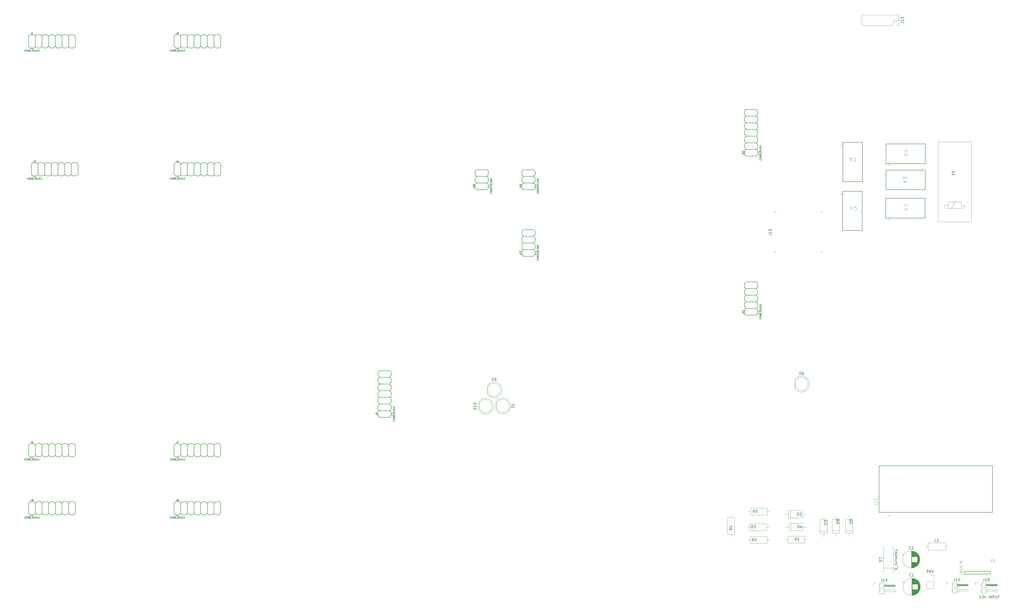
<source format=gbr>
G04 #@! TF.FileFunction,Legend,Top*
%FSLAX46Y46*%
G04 Gerber Fmt 4.6, Leading zero omitted, Abs format (unit mm)*
G04 Created by KiCad (PCBNEW 4.0.6) date 02/18/20 12:40:55*
%MOMM*%
%LPD*%
G01*
G04 APERTURE LIST*
%ADD10C,0.100000*%
%ADD11C,0.203200*%
%ADD12C,0.150000*%
%ADD13C,0.120000*%
%ADD14C,0.127000*%
%ADD15C,0.200000*%
%ADD16C,0.015000*%
G04 APERTURE END LIST*
D10*
D11*
X134035000Y-103670000D02*
X134670000Y-103035000D01*
X134670000Y-103035000D02*
X135305000Y-103670000D01*
X136575000Y-103670000D02*
X137210000Y-103035000D01*
X137210000Y-103035000D02*
X137845000Y-103670000D01*
X139115000Y-103670000D02*
X139750000Y-103035000D01*
X139750000Y-103035000D02*
X140385000Y-103670000D01*
X141655000Y-103670000D02*
X142290000Y-103035000D01*
X142290000Y-103035000D02*
X142925000Y-103670000D01*
X144195000Y-103670000D02*
X144830000Y-103035000D01*
X144830000Y-103035000D02*
X145465000Y-103670000D01*
X146735000Y-103670000D02*
X147370000Y-103035000D01*
X132765000Y-98590000D02*
X134035000Y-98590000D01*
X134035000Y-98590000D02*
X134670000Y-99225000D01*
X134670000Y-99225000D02*
X135305000Y-98590000D01*
X135305000Y-98590000D02*
X136575000Y-98590000D01*
X136575000Y-98590000D02*
X137210000Y-99225000D01*
X137210000Y-99225000D02*
X137845000Y-98590000D01*
X137845000Y-98590000D02*
X139115000Y-98590000D01*
X139115000Y-98590000D02*
X139750000Y-99225000D01*
X139750000Y-99225000D02*
X140385000Y-98590000D01*
X140385000Y-98590000D02*
X141655000Y-98590000D01*
X141655000Y-98590000D02*
X142290000Y-99225000D01*
X142290000Y-99225000D02*
X142925000Y-98590000D01*
X142925000Y-98590000D02*
X144195000Y-98590000D01*
X144195000Y-98590000D02*
X144830000Y-99225000D01*
X144830000Y-99225000D02*
X145465000Y-98590000D01*
X145465000Y-98590000D02*
X146735000Y-98590000D01*
X146735000Y-98590000D02*
X147370000Y-99225000D01*
X147370000Y-99225000D02*
X148005000Y-98590000D01*
X148005000Y-98590000D02*
X149275000Y-98590000D01*
X149275000Y-98590000D02*
X149910000Y-99225000D01*
X149910000Y-103035000D02*
X149275000Y-103670000D01*
X147370000Y-103035000D02*
X148005000Y-103670000D01*
X134670000Y-99225000D02*
X134670000Y-103035000D01*
X137210000Y-99225000D02*
X137210000Y-103035000D01*
X139750000Y-99225000D02*
X139750000Y-103035000D01*
X142290000Y-99225000D02*
X142290000Y-103035000D01*
X144830000Y-99225000D02*
X144830000Y-103035000D01*
X147370000Y-99225000D02*
X147370000Y-103035000D01*
X149910000Y-99225000D02*
X149910000Y-103035000D01*
X148005000Y-103670000D02*
X149275000Y-103670000D01*
X145465000Y-103670000D02*
X146735000Y-103670000D01*
X142925000Y-103670000D02*
X144195000Y-103670000D01*
X140385000Y-103670000D02*
X141655000Y-103670000D01*
X137845000Y-103670000D02*
X139115000Y-103670000D01*
X135305000Y-103670000D02*
X136575000Y-103670000D01*
X132765000Y-103670000D02*
X134035000Y-103670000D01*
X132130000Y-103035000D02*
X132765000Y-103670000D01*
X132130000Y-103035000D02*
X132130000Y-99225000D01*
X132130000Y-99225000D02*
X132765000Y-98590000D01*
X132638000Y-104051000D02*
X134035000Y-104051000D01*
X134035000Y-104051000D02*
X132638000Y-104051000D01*
X189435000Y-103670000D02*
X190070000Y-103035000D01*
X190070000Y-103035000D02*
X190705000Y-103670000D01*
X191975000Y-103670000D02*
X192610000Y-103035000D01*
X192610000Y-103035000D02*
X193245000Y-103670000D01*
X194515000Y-103670000D02*
X195150000Y-103035000D01*
X195150000Y-103035000D02*
X195785000Y-103670000D01*
X197055000Y-103670000D02*
X197690000Y-103035000D01*
X197690000Y-103035000D02*
X198325000Y-103670000D01*
X199595000Y-103670000D02*
X200230000Y-103035000D01*
X200230000Y-103035000D02*
X200865000Y-103670000D01*
X202135000Y-103670000D02*
X202770000Y-103035000D01*
X188165000Y-98590000D02*
X189435000Y-98590000D01*
X189435000Y-98590000D02*
X190070000Y-99225000D01*
X190070000Y-99225000D02*
X190705000Y-98590000D01*
X190705000Y-98590000D02*
X191975000Y-98590000D01*
X191975000Y-98590000D02*
X192610000Y-99225000D01*
X192610000Y-99225000D02*
X193245000Y-98590000D01*
X193245000Y-98590000D02*
X194515000Y-98590000D01*
X194515000Y-98590000D02*
X195150000Y-99225000D01*
X195150000Y-99225000D02*
X195785000Y-98590000D01*
X195785000Y-98590000D02*
X197055000Y-98590000D01*
X197055000Y-98590000D02*
X197690000Y-99225000D01*
X197690000Y-99225000D02*
X198325000Y-98590000D01*
X198325000Y-98590000D02*
X199595000Y-98590000D01*
X199595000Y-98590000D02*
X200230000Y-99225000D01*
X200230000Y-99225000D02*
X200865000Y-98590000D01*
X200865000Y-98590000D02*
X202135000Y-98590000D01*
X202135000Y-98590000D02*
X202770000Y-99225000D01*
X202770000Y-99225000D02*
X203405000Y-98590000D01*
X203405000Y-98590000D02*
X204675000Y-98590000D01*
X204675000Y-98590000D02*
X205310000Y-99225000D01*
X205310000Y-103035000D02*
X204675000Y-103670000D01*
X202770000Y-103035000D02*
X203405000Y-103670000D01*
X190070000Y-99225000D02*
X190070000Y-103035000D01*
X192610000Y-99225000D02*
X192610000Y-103035000D01*
X195150000Y-99225000D02*
X195150000Y-103035000D01*
X197690000Y-99225000D02*
X197690000Y-103035000D01*
X200230000Y-99225000D02*
X200230000Y-103035000D01*
X202770000Y-99225000D02*
X202770000Y-103035000D01*
X205310000Y-99225000D02*
X205310000Y-103035000D01*
X203405000Y-103670000D02*
X204675000Y-103670000D01*
X200865000Y-103670000D02*
X202135000Y-103670000D01*
X198325000Y-103670000D02*
X199595000Y-103670000D01*
X195785000Y-103670000D02*
X197055000Y-103670000D01*
X193245000Y-103670000D02*
X194515000Y-103670000D01*
X190705000Y-103670000D02*
X191975000Y-103670000D01*
X188165000Y-103670000D02*
X189435000Y-103670000D01*
X187530000Y-103035000D02*
X188165000Y-103670000D01*
X187530000Y-103035000D02*
X187530000Y-99225000D01*
X187530000Y-99225000D02*
X188165000Y-98590000D01*
X188038000Y-104051000D02*
X189435000Y-104051000D01*
X189435000Y-104051000D02*
X188038000Y-104051000D01*
X189435000Y-152470000D02*
X190070000Y-151835000D01*
X190070000Y-151835000D02*
X190705000Y-152470000D01*
X191975000Y-152470000D02*
X192610000Y-151835000D01*
X192610000Y-151835000D02*
X193245000Y-152470000D01*
X194515000Y-152470000D02*
X195150000Y-151835000D01*
X195150000Y-151835000D02*
X195785000Y-152470000D01*
X197055000Y-152470000D02*
X197690000Y-151835000D01*
X197690000Y-151835000D02*
X198325000Y-152470000D01*
X199595000Y-152470000D02*
X200230000Y-151835000D01*
X200230000Y-151835000D02*
X200865000Y-152470000D01*
X202135000Y-152470000D02*
X202770000Y-151835000D01*
X188165000Y-147390000D02*
X189435000Y-147390000D01*
X189435000Y-147390000D02*
X190070000Y-148025000D01*
X190070000Y-148025000D02*
X190705000Y-147390000D01*
X190705000Y-147390000D02*
X191975000Y-147390000D01*
X191975000Y-147390000D02*
X192610000Y-148025000D01*
X192610000Y-148025000D02*
X193245000Y-147390000D01*
X193245000Y-147390000D02*
X194515000Y-147390000D01*
X194515000Y-147390000D02*
X195150000Y-148025000D01*
X195150000Y-148025000D02*
X195785000Y-147390000D01*
X195785000Y-147390000D02*
X197055000Y-147390000D01*
X197055000Y-147390000D02*
X197690000Y-148025000D01*
X197690000Y-148025000D02*
X198325000Y-147390000D01*
X198325000Y-147390000D02*
X199595000Y-147390000D01*
X199595000Y-147390000D02*
X200230000Y-148025000D01*
X200230000Y-148025000D02*
X200865000Y-147390000D01*
X200865000Y-147390000D02*
X202135000Y-147390000D01*
X202135000Y-147390000D02*
X202770000Y-148025000D01*
X202770000Y-148025000D02*
X203405000Y-147390000D01*
X203405000Y-147390000D02*
X204675000Y-147390000D01*
X204675000Y-147390000D02*
X205310000Y-148025000D01*
X205310000Y-151835000D02*
X204675000Y-152470000D01*
X202770000Y-151835000D02*
X203405000Y-152470000D01*
X190070000Y-148025000D02*
X190070000Y-151835000D01*
X192610000Y-148025000D02*
X192610000Y-151835000D01*
X195150000Y-148025000D02*
X195150000Y-151835000D01*
X197690000Y-148025000D02*
X197690000Y-151835000D01*
X200230000Y-148025000D02*
X200230000Y-151835000D01*
X202770000Y-148025000D02*
X202770000Y-151835000D01*
X205310000Y-148025000D02*
X205310000Y-151835000D01*
X203405000Y-152470000D02*
X204675000Y-152470000D01*
X200865000Y-152470000D02*
X202135000Y-152470000D01*
X198325000Y-152470000D02*
X199595000Y-152470000D01*
X195785000Y-152470000D02*
X197055000Y-152470000D01*
X193245000Y-152470000D02*
X194515000Y-152470000D01*
X190705000Y-152470000D02*
X191975000Y-152470000D01*
X188165000Y-152470000D02*
X189435000Y-152470000D01*
X187530000Y-151835000D02*
X188165000Y-152470000D01*
X187530000Y-151835000D02*
X187530000Y-148025000D01*
X187530000Y-148025000D02*
X188165000Y-147390000D01*
X188038000Y-152851000D02*
X189435000Y-152851000D01*
X189435000Y-152851000D02*
X188038000Y-152851000D01*
X135035000Y-152470000D02*
X135670000Y-151835000D01*
X135670000Y-151835000D02*
X136305000Y-152470000D01*
X137575000Y-152470000D02*
X138210000Y-151835000D01*
X138210000Y-151835000D02*
X138845000Y-152470000D01*
X140115000Y-152470000D02*
X140750000Y-151835000D01*
X140750000Y-151835000D02*
X141385000Y-152470000D01*
X142655000Y-152470000D02*
X143290000Y-151835000D01*
X143290000Y-151835000D02*
X143925000Y-152470000D01*
X145195000Y-152470000D02*
X145830000Y-151835000D01*
X145830000Y-151835000D02*
X146465000Y-152470000D01*
X147735000Y-152470000D02*
X148370000Y-151835000D01*
X133765000Y-147390000D02*
X135035000Y-147390000D01*
X135035000Y-147390000D02*
X135670000Y-148025000D01*
X135670000Y-148025000D02*
X136305000Y-147390000D01*
X136305000Y-147390000D02*
X137575000Y-147390000D01*
X137575000Y-147390000D02*
X138210000Y-148025000D01*
X138210000Y-148025000D02*
X138845000Y-147390000D01*
X138845000Y-147390000D02*
X140115000Y-147390000D01*
X140115000Y-147390000D02*
X140750000Y-148025000D01*
X140750000Y-148025000D02*
X141385000Y-147390000D01*
X141385000Y-147390000D02*
X142655000Y-147390000D01*
X142655000Y-147390000D02*
X143290000Y-148025000D01*
X143290000Y-148025000D02*
X143925000Y-147390000D01*
X143925000Y-147390000D02*
X145195000Y-147390000D01*
X145195000Y-147390000D02*
X145830000Y-148025000D01*
X145830000Y-148025000D02*
X146465000Y-147390000D01*
X146465000Y-147390000D02*
X147735000Y-147390000D01*
X147735000Y-147390000D02*
X148370000Y-148025000D01*
X148370000Y-148025000D02*
X149005000Y-147390000D01*
X149005000Y-147390000D02*
X150275000Y-147390000D01*
X150275000Y-147390000D02*
X150910000Y-148025000D01*
X150910000Y-151835000D02*
X150275000Y-152470000D01*
X148370000Y-151835000D02*
X149005000Y-152470000D01*
X135670000Y-148025000D02*
X135670000Y-151835000D01*
X138210000Y-148025000D02*
X138210000Y-151835000D01*
X140750000Y-148025000D02*
X140750000Y-151835000D01*
X143290000Y-148025000D02*
X143290000Y-151835000D01*
X145830000Y-148025000D02*
X145830000Y-151835000D01*
X148370000Y-148025000D02*
X148370000Y-151835000D01*
X150910000Y-148025000D02*
X150910000Y-151835000D01*
X149005000Y-152470000D02*
X150275000Y-152470000D01*
X146465000Y-152470000D02*
X147735000Y-152470000D01*
X143925000Y-152470000D02*
X145195000Y-152470000D01*
X141385000Y-152470000D02*
X142655000Y-152470000D01*
X138845000Y-152470000D02*
X140115000Y-152470000D01*
X136305000Y-152470000D02*
X137575000Y-152470000D01*
X133765000Y-152470000D02*
X135035000Y-152470000D01*
X133130000Y-151835000D02*
X133765000Y-152470000D01*
X133130000Y-151835000D02*
X133130000Y-148025000D01*
X133130000Y-148025000D02*
X133765000Y-147390000D01*
X133638000Y-152851000D02*
X135035000Y-152851000D01*
X135035000Y-152851000D02*
X133638000Y-152851000D01*
X134035000Y-281670000D02*
X134670000Y-281035000D01*
X134670000Y-281035000D02*
X135305000Y-281670000D01*
X136575000Y-281670000D02*
X137210000Y-281035000D01*
X137210000Y-281035000D02*
X137845000Y-281670000D01*
X139115000Y-281670000D02*
X139750000Y-281035000D01*
X139750000Y-281035000D02*
X140385000Y-281670000D01*
X141655000Y-281670000D02*
X142290000Y-281035000D01*
X142290000Y-281035000D02*
X142925000Y-281670000D01*
X144195000Y-281670000D02*
X144830000Y-281035000D01*
X144830000Y-281035000D02*
X145465000Y-281670000D01*
X146735000Y-281670000D02*
X147370000Y-281035000D01*
X132765000Y-276590000D02*
X134035000Y-276590000D01*
X134035000Y-276590000D02*
X134670000Y-277225000D01*
X134670000Y-277225000D02*
X135305000Y-276590000D01*
X135305000Y-276590000D02*
X136575000Y-276590000D01*
X136575000Y-276590000D02*
X137210000Y-277225000D01*
X137210000Y-277225000D02*
X137845000Y-276590000D01*
X137845000Y-276590000D02*
X139115000Y-276590000D01*
X139115000Y-276590000D02*
X139750000Y-277225000D01*
X139750000Y-277225000D02*
X140385000Y-276590000D01*
X140385000Y-276590000D02*
X141655000Y-276590000D01*
X141655000Y-276590000D02*
X142290000Y-277225000D01*
X142290000Y-277225000D02*
X142925000Y-276590000D01*
X142925000Y-276590000D02*
X144195000Y-276590000D01*
X144195000Y-276590000D02*
X144830000Y-277225000D01*
X144830000Y-277225000D02*
X145465000Y-276590000D01*
X145465000Y-276590000D02*
X146735000Y-276590000D01*
X146735000Y-276590000D02*
X147370000Y-277225000D01*
X147370000Y-277225000D02*
X148005000Y-276590000D01*
X148005000Y-276590000D02*
X149275000Y-276590000D01*
X149275000Y-276590000D02*
X149910000Y-277225000D01*
X149910000Y-281035000D02*
X149275000Y-281670000D01*
X147370000Y-281035000D02*
X148005000Y-281670000D01*
X134670000Y-277225000D02*
X134670000Y-281035000D01*
X137210000Y-277225000D02*
X137210000Y-281035000D01*
X139750000Y-277225000D02*
X139750000Y-281035000D01*
X142290000Y-277225000D02*
X142290000Y-281035000D01*
X144830000Y-277225000D02*
X144830000Y-281035000D01*
X147370000Y-277225000D02*
X147370000Y-281035000D01*
X149910000Y-277225000D02*
X149910000Y-281035000D01*
X148005000Y-281670000D02*
X149275000Y-281670000D01*
X145465000Y-281670000D02*
X146735000Y-281670000D01*
X142925000Y-281670000D02*
X144195000Y-281670000D01*
X140385000Y-281670000D02*
X141655000Y-281670000D01*
X137845000Y-281670000D02*
X139115000Y-281670000D01*
X135305000Y-281670000D02*
X136575000Y-281670000D01*
X132765000Y-281670000D02*
X134035000Y-281670000D01*
X132130000Y-281035000D02*
X132765000Y-281670000D01*
X132130000Y-281035000D02*
X132130000Y-277225000D01*
X132130000Y-277225000D02*
X132765000Y-276590000D01*
X132638000Y-282051000D02*
X134035000Y-282051000D01*
X134035000Y-282051000D02*
X132638000Y-282051000D01*
X189435000Y-281670000D02*
X190070000Y-281035000D01*
X190070000Y-281035000D02*
X190705000Y-281670000D01*
X191975000Y-281670000D02*
X192610000Y-281035000D01*
X192610000Y-281035000D02*
X193245000Y-281670000D01*
X194515000Y-281670000D02*
X195150000Y-281035000D01*
X195150000Y-281035000D02*
X195785000Y-281670000D01*
X197055000Y-281670000D02*
X197690000Y-281035000D01*
X197690000Y-281035000D02*
X198325000Y-281670000D01*
X199595000Y-281670000D02*
X200230000Y-281035000D01*
X200230000Y-281035000D02*
X200865000Y-281670000D01*
X202135000Y-281670000D02*
X202770000Y-281035000D01*
X188165000Y-276590000D02*
X189435000Y-276590000D01*
X189435000Y-276590000D02*
X190070000Y-277225000D01*
X190070000Y-277225000D02*
X190705000Y-276590000D01*
X190705000Y-276590000D02*
X191975000Y-276590000D01*
X191975000Y-276590000D02*
X192610000Y-277225000D01*
X192610000Y-277225000D02*
X193245000Y-276590000D01*
X193245000Y-276590000D02*
X194515000Y-276590000D01*
X194515000Y-276590000D02*
X195150000Y-277225000D01*
X195150000Y-277225000D02*
X195785000Y-276590000D01*
X195785000Y-276590000D02*
X197055000Y-276590000D01*
X197055000Y-276590000D02*
X197690000Y-277225000D01*
X197690000Y-277225000D02*
X198325000Y-276590000D01*
X198325000Y-276590000D02*
X199595000Y-276590000D01*
X199595000Y-276590000D02*
X200230000Y-277225000D01*
X200230000Y-277225000D02*
X200865000Y-276590000D01*
X200865000Y-276590000D02*
X202135000Y-276590000D01*
X202135000Y-276590000D02*
X202770000Y-277225000D01*
X202770000Y-277225000D02*
X203405000Y-276590000D01*
X203405000Y-276590000D02*
X204675000Y-276590000D01*
X204675000Y-276590000D02*
X205310000Y-277225000D01*
X205310000Y-281035000D02*
X204675000Y-281670000D01*
X202770000Y-281035000D02*
X203405000Y-281670000D01*
X190070000Y-277225000D02*
X190070000Y-281035000D01*
X192610000Y-277225000D02*
X192610000Y-281035000D01*
X195150000Y-277225000D02*
X195150000Y-281035000D01*
X197690000Y-277225000D02*
X197690000Y-281035000D01*
X200230000Y-277225000D02*
X200230000Y-281035000D01*
X202770000Y-277225000D02*
X202770000Y-281035000D01*
X205310000Y-277225000D02*
X205310000Y-281035000D01*
X203405000Y-281670000D02*
X204675000Y-281670000D01*
X200865000Y-281670000D02*
X202135000Y-281670000D01*
X198325000Y-281670000D02*
X199595000Y-281670000D01*
X195785000Y-281670000D02*
X197055000Y-281670000D01*
X193245000Y-281670000D02*
X194515000Y-281670000D01*
X190705000Y-281670000D02*
X191975000Y-281670000D01*
X188165000Y-281670000D02*
X189435000Y-281670000D01*
X187530000Y-281035000D02*
X188165000Y-281670000D01*
X187530000Y-281035000D02*
X187530000Y-277225000D01*
X187530000Y-277225000D02*
X188165000Y-276590000D01*
X188038000Y-282051000D02*
X189435000Y-282051000D01*
X189435000Y-282051000D02*
X188038000Y-282051000D01*
X134035000Y-259570000D02*
X134670000Y-258935000D01*
X134670000Y-258935000D02*
X135305000Y-259570000D01*
X136575000Y-259570000D02*
X137210000Y-258935000D01*
X137210000Y-258935000D02*
X137845000Y-259570000D01*
X139115000Y-259570000D02*
X139750000Y-258935000D01*
X139750000Y-258935000D02*
X140385000Y-259570000D01*
X141655000Y-259570000D02*
X142290000Y-258935000D01*
X142290000Y-258935000D02*
X142925000Y-259570000D01*
X144195000Y-259570000D02*
X144830000Y-258935000D01*
X144830000Y-258935000D02*
X145465000Y-259570000D01*
X146735000Y-259570000D02*
X147370000Y-258935000D01*
X132765000Y-254490000D02*
X134035000Y-254490000D01*
X134035000Y-254490000D02*
X134670000Y-255125000D01*
X134670000Y-255125000D02*
X135305000Y-254490000D01*
X135305000Y-254490000D02*
X136575000Y-254490000D01*
X136575000Y-254490000D02*
X137210000Y-255125000D01*
X137210000Y-255125000D02*
X137845000Y-254490000D01*
X137845000Y-254490000D02*
X139115000Y-254490000D01*
X139115000Y-254490000D02*
X139750000Y-255125000D01*
X139750000Y-255125000D02*
X140385000Y-254490000D01*
X140385000Y-254490000D02*
X141655000Y-254490000D01*
X141655000Y-254490000D02*
X142290000Y-255125000D01*
X142290000Y-255125000D02*
X142925000Y-254490000D01*
X142925000Y-254490000D02*
X144195000Y-254490000D01*
X144195000Y-254490000D02*
X144830000Y-255125000D01*
X144830000Y-255125000D02*
X145465000Y-254490000D01*
X145465000Y-254490000D02*
X146735000Y-254490000D01*
X146735000Y-254490000D02*
X147370000Y-255125000D01*
X147370000Y-255125000D02*
X148005000Y-254490000D01*
X148005000Y-254490000D02*
X149275000Y-254490000D01*
X149275000Y-254490000D02*
X149910000Y-255125000D01*
X149910000Y-258935000D02*
X149275000Y-259570000D01*
X147370000Y-258935000D02*
X148005000Y-259570000D01*
X134670000Y-255125000D02*
X134670000Y-258935000D01*
X137210000Y-255125000D02*
X137210000Y-258935000D01*
X139750000Y-255125000D02*
X139750000Y-258935000D01*
X142290000Y-255125000D02*
X142290000Y-258935000D01*
X144830000Y-255125000D02*
X144830000Y-258935000D01*
X147370000Y-255125000D02*
X147370000Y-258935000D01*
X149910000Y-255125000D02*
X149910000Y-258935000D01*
X148005000Y-259570000D02*
X149275000Y-259570000D01*
X145465000Y-259570000D02*
X146735000Y-259570000D01*
X142925000Y-259570000D02*
X144195000Y-259570000D01*
X140385000Y-259570000D02*
X141655000Y-259570000D01*
X137845000Y-259570000D02*
X139115000Y-259570000D01*
X135305000Y-259570000D02*
X136575000Y-259570000D01*
X132765000Y-259570000D02*
X134035000Y-259570000D01*
X132130000Y-258935000D02*
X132765000Y-259570000D01*
X132130000Y-258935000D02*
X132130000Y-255125000D01*
X132130000Y-255125000D02*
X132765000Y-254490000D01*
X132638000Y-259951000D02*
X134035000Y-259951000D01*
X134035000Y-259951000D02*
X132638000Y-259951000D01*
X189435000Y-259570000D02*
X190070000Y-258935000D01*
X190070000Y-258935000D02*
X190705000Y-259570000D01*
X191975000Y-259570000D02*
X192610000Y-258935000D01*
X192610000Y-258935000D02*
X193245000Y-259570000D01*
X194515000Y-259570000D02*
X195150000Y-258935000D01*
X195150000Y-258935000D02*
X195785000Y-259570000D01*
X197055000Y-259570000D02*
X197690000Y-258935000D01*
X197690000Y-258935000D02*
X198325000Y-259570000D01*
X199595000Y-259570000D02*
X200230000Y-258935000D01*
X200230000Y-258935000D02*
X200865000Y-259570000D01*
X202135000Y-259570000D02*
X202770000Y-258935000D01*
X188165000Y-254490000D02*
X189435000Y-254490000D01*
X189435000Y-254490000D02*
X190070000Y-255125000D01*
X190070000Y-255125000D02*
X190705000Y-254490000D01*
X190705000Y-254490000D02*
X191975000Y-254490000D01*
X191975000Y-254490000D02*
X192610000Y-255125000D01*
X192610000Y-255125000D02*
X193245000Y-254490000D01*
X193245000Y-254490000D02*
X194515000Y-254490000D01*
X194515000Y-254490000D02*
X195150000Y-255125000D01*
X195150000Y-255125000D02*
X195785000Y-254490000D01*
X195785000Y-254490000D02*
X197055000Y-254490000D01*
X197055000Y-254490000D02*
X197690000Y-255125000D01*
X197690000Y-255125000D02*
X198325000Y-254490000D01*
X198325000Y-254490000D02*
X199595000Y-254490000D01*
X199595000Y-254490000D02*
X200230000Y-255125000D01*
X200230000Y-255125000D02*
X200865000Y-254490000D01*
X200865000Y-254490000D02*
X202135000Y-254490000D01*
X202135000Y-254490000D02*
X202770000Y-255125000D01*
X202770000Y-255125000D02*
X203405000Y-254490000D01*
X203405000Y-254490000D02*
X204675000Y-254490000D01*
X204675000Y-254490000D02*
X205310000Y-255125000D01*
X205310000Y-258935000D02*
X204675000Y-259570000D01*
X202770000Y-258935000D02*
X203405000Y-259570000D01*
X190070000Y-255125000D02*
X190070000Y-258935000D01*
X192610000Y-255125000D02*
X192610000Y-258935000D01*
X195150000Y-255125000D02*
X195150000Y-258935000D01*
X197690000Y-255125000D02*
X197690000Y-258935000D01*
X200230000Y-255125000D02*
X200230000Y-258935000D01*
X202770000Y-255125000D02*
X202770000Y-258935000D01*
X205310000Y-255125000D02*
X205310000Y-258935000D01*
X203405000Y-259570000D02*
X204675000Y-259570000D01*
X200865000Y-259570000D02*
X202135000Y-259570000D01*
X198325000Y-259570000D02*
X199595000Y-259570000D01*
X195785000Y-259570000D02*
X197055000Y-259570000D01*
X193245000Y-259570000D02*
X194515000Y-259570000D01*
X190705000Y-259570000D02*
X191975000Y-259570000D01*
X188165000Y-259570000D02*
X189435000Y-259570000D01*
X187530000Y-258935000D02*
X188165000Y-259570000D01*
X187530000Y-258935000D02*
X187530000Y-255125000D01*
X187530000Y-255125000D02*
X188165000Y-254490000D01*
X188038000Y-259951000D02*
X189435000Y-259951000D01*
X189435000Y-259951000D02*
X188038000Y-259951000D01*
X270270000Y-242565000D02*
X269635000Y-241930000D01*
X269635000Y-241930000D02*
X270270000Y-241295000D01*
X270270000Y-240025000D02*
X269635000Y-239390000D01*
X269635000Y-239390000D02*
X270270000Y-238755000D01*
X270270000Y-237485000D02*
X269635000Y-236850000D01*
X269635000Y-236850000D02*
X270270000Y-236215000D01*
X270270000Y-234945000D02*
X269635000Y-234310000D01*
X269635000Y-234310000D02*
X270270000Y-233675000D01*
X270270000Y-232405000D02*
X269635000Y-231770000D01*
X269635000Y-231770000D02*
X270270000Y-231135000D01*
X270270000Y-229865000D02*
X269635000Y-229230000D01*
X265190000Y-243835000D02*
X265190000Y-242565000D01*
X265190000Y-242565000D02*
X265825000Y-241930000D01*
X265825000Y-241930000D02*
X265190000Y-241295000D01*
X265190000Y-241295000D02*
X265190000Y-240025000D01*
X265190000Y-240025000D02*
X265825000Y-239390000D01*
X265825000Y-239390000D02*
X265190000Y-238755000D01*
X265190000Y-238755000D02*
X265190000Y-237485000D01*
X265190000Y-237485000D02*
X265825000Y-236850000D01*
X265825000Y-236850000D02*
X265190000Y-236215000D01*
X265190000Y-236215000D02*
X265190000Y-234945000D01*
X265190000Y-234945000D02*
X265825000Y-234310000D01*
X265825000Y-234310000D02*
X265190000Y-233675000D01*
X265190000Y-233675000D02*
X265190000Y-232405000D01*
X265190000Y-232405000D02*
X265825000Y-231770000D01*
X265825000Y-231770000D02*
X265190000Y-231135000D01*
X265190000Y-231135000D02*
X265190000Y-229865000D01*
X265190000Y-229865000D02*
X265825000Y-229230000D01*
X265825000Y-229230000D02*
X265190000Y-228595000D01*
X265190000Y-228595000D02*
X265190000Y-227325000D01*
X265190000Y-227325000D02*
X265825000Y-226690000D01*
X269635000Y-226690000D02*
X270270000Y-227325000D01*
X269635000Y-229230000D02*
X270270000Y-228595000D01*
X265825000Y-241930000D02*
X269635000Y-241930000D01*
X265825000Y-239390000D02*
X269635000Y-239390000D01*
X265825000Y-236850000D02*
X269635000Y-236850000D01*
X265825000Y-234310000D02*
X269635000Y-234310000D01*
X265825000Y-231770000D02*
X269635000Y-231770000D01*
X265825000Y-229230000D02*
X269635000Y-229230000D01*
X265825000Y-226690000D02*
X269635000Y-226690000D01*
X270270000Y-228595000D02*
X270270000Y-227325000D01*
X270270000Y-231135000D02*
X270270000Y-229865000D01*
X270270000Y-233675000D02*
X270270000Y-232405000D01*
X270270000Y-236215000D02*
X270270000Y-234945000D01*
X270270000Y-238755000D02*
X270270000Y-237485000D01*
X270270000Y-241295000D02*
X270270000Y-240025000D01*
X270270000Y-243835000D02*
X270270000Y-242565000D01*
X269635000Y-244470000D02*
X270270000Y-243835000D01*
X269635000Y-244470000D02*
X265825000Y-244470000D01*
X265825000Y-244470000D02*
X265190000Y-243835000D01*
X270651000Y-243962000D02*
X270651000Y-242565000D01*
X270651000Y-242565000D02*
X270651000Y-243962000D01*
X409870000Y-142965000D02*
X409235000Y-142330000D01*
X409235000Y-142330000D02*
X409870000Y-141695000D01*
X409870000Y-140425000D02*
X409235000Y-139790000D01*
X409235000Y-139790000D02*
X409870000Y-139155000D01*
X409870000Y-137885000D02*
X409235000Y-137250000D01*
X409235000Y-137250000D02*
X409870000Y-136615000D01*
X409870000Y-135345000D02*
X409235000Y-134710000D01*
X409235000Y-134710000D02*
X409870000Y-134075000D01*
X409870000Y-132805000D02*
X409235000Y-132170000D01*
X409235000Y-132170000D02*
X409870000Y-131535000D01*
X409870000Y-130265000D02*
X409235000Y-129630000D01*
X404790000Y-144235000D02*
X404790000Y-142965000D01*
X404790000Y-142965000D02*
X405425000Y-142330000D01*
X405425000Y-142330000D02*
X404790000Y-141695000D01*
X404790000Y-141695000D02*
X404790000Y-140425000D01*
X404790000Y-140425000D02*
X405425000Y-139790000D01*
X405425000Y-139790000D02*
X404790000Y-139155000D01*
X404790000Y-139155000D02*
X404790000Y-137885000D01*
X404790000Y-137885000D02*
X405425000Y-137250000D01*
X405425000Y-137250000D02*
X404790000Y-136615000D01*
X404790000Y-136615000D02*
X404790000Y-135345000D01*
X404790000Y-135345000D02*
X405425000Y-134710000D01*
X405425000Y-134710000D02*
X404790000Y-134075000D01*
X404790000Y-134075000D02*
X404790000Y-132805000D01*
X404790000Y-132805000D02*
X405425000Y-132170000D01*
X405425000Y-132170000D02*
X404790000Y-131535000D01*
X404790000Y-131535000D02*
X404790000Y-130265000D01*
X404790000Y-130265000D02*
X405425000Y-129630000D01*
X405425000Y-129630000D02*
X404790000Y-128995000D01*
X404790000Y-128995000D02*
X404790000Y-127725000D01*
X404790000Y-127725000D02*
X405425000Y-127090000D01*
X409235000Y-127090000D02*
X409870000Y-127725000D01*
X409235000Y-129630000D02*
X409870000Y-128995000D01*
X405425000Y-142330000D02*
X409235000Y-142330000D01*
X405425000Y-139790000D02*
X409235000Y-139790000D01*
X405425000Y-137250000D02*
X409235000Y-137250000D01*
X405425000Y-134710000D02*
X409235000Y-134710000D01*
X405425000Y-132170000D02*
X409235000Y-132170000D01*
X405425000Y-129630000D02*
X409235000Y-129630000D01*
X405425000Y-127090000D02*
X409235000Y-127090000D01*
X409870000Y-128995000D02*
X409870000Y-127725000D01*
X409870000Y-131535000D02*
X409870000Y-130265000D01*
X409870000Y-134075000D02*
X409870000Y-132805000D01*
X409870000Y-136615000D02*
X409870000Y-135345000D01*
X409870000Y-139155000D02*
X409870000Y-137885000D01*
X409870000Y-141695000D02*
X409870000Y-140425000D01*
X409870000Y-144235000D02*
X409870000Y-142965000D01*
X409235000Y-144870000D02*
X409870000Y-144235000D01*
X409235000Y-144870000D02*
X405425000Y-144870000D01*
X405425000Y-144870000D02*
X404790000Y-144235000D01*
X410251000Y-144362000D02*
X410251000Y-142965000D01*
X410251000Y-142965000D02*
X410251000Y-144362000D01*
D12*
X320752000Y-150050000D02*
X324308000Y-150050000D01*
D11*
X325070000Y-155765000D02*
X324435000Y-155130000D01*
X324435000Y-155130000D02*
X325070000Y-154495000D01*
X325070000Y-153225000D02*
X324435000Y-152590000D01*
X324435000Y-152590000D02*
X325070000Y-151955000D01*
X325070000Y-150685000D02*
X324435000Y-150050000D01*
X319990000Y-157035000D02*
X319990000Y-155765000D01*
X319990000Y-155765000D02*
X320625000Y-155130000D01*
X320625000Y-155130000D02*
X319990000Y-154495000D01*
X319990000Y-154495000D02*
X319990000Y-153225000D01*
X319990000Y-153225000D02*
X320625000Y-152590000D01*
X320625000Y-152590000D02*
X319990000Y-151955000D01*
X319990000Y-151955000D02*
X319990000Y-150685000D01*
X319990000Y-150685000D02*
X320625000Y-150050000D01*
X320625000Y-155130000D02*
X324435000Y-155130000D01*
X320625000Y-152590000D02*
X324435000Y-152590000D01*
X325070000Y-151955000D02*
X325070000Y-150685000D01*
X325070000Y-154495000D02*
X325070000Y-153225000D01*
X325070000Y-157035000D02*
X325070000Y-155765000D01*
X324435000Y-157670000D02*
X325070000Y-157035000D01*
X324435000Y-157670000D02*
X320625000Y-157670000D01*
X320625000Y-157670000D02*
X319990000Y-157035000D01*
X325451000Y-157162000D02*
X325451000Y-155765000D01*
X325451000Y-155765000D02*
X325451000Y-157162000D01*
D12*
X302952000Y-150050000D02*
X306508000Y-150050000D01*
D11*
X307270000Y-155765000D02*
X306635000Y-155130000D01*
X306635000Y-155130000D02*
X307270000Y-154495000D01*
X307270000Y-153225000D02*
X306635000Y-152590000D01*
X306635000Y-152590000D02*
X307270000Y-151955000D01*
X307270000Y-150685000D02*
X306635000Y-150050000D01*
X302190000Y-157035000D02*
X302190000Y-155765000D01*
X302190000Y-155765000D02*
X302825000Y-155130000D01*
X302825000Y-155130000D02*
X302190000Y-154495000D01*
X302190000Y-154495000D02*
X302190000Y-153225000D01*
X302190000Y-153225000D02*
X302825000Y-152590000D01*
X302825000Y-152590000D02*
X302190000Y-151955000D01*
X302190000Y-151955000D02*
X302190000Y-150685000D01*
X302190000Y-150685000D02*
X302825000Y-150050000D01*
X302825000Y-155130000D02*
X306635000Y-155130000D01*
X302825000Y-152590000D02*
X306635000Y-152590000D01*
X307270000Y-151955000D02*
X307270000Y-150685000D01*
X307270000Y-154495000D02*
X307270000Y-153225000D01*
X307270000Y-157035000D02*
X307270000Y-155765000D01*
X306635000Y-157670000D02*
X307270000Y-157035000D01*
X306635000Y-157670000D02*
X302825000Y-157670000D01*
X302825000Y-157670000D02*
X302190000Y-157035000D01*
X307651000Y-157162000D02*
X307651000Y-155765000D01*
X307651000Y-155765000D02*
X307651000Y-157162000D01*
D12*
X320752000Y-172910000D02*
X324308000Y-172910000D01*
D11*
X325070000Y-181165000D02*
X324435000Y-180530000D01*
X324435000Y-180530000D02*
X325070000Y-179895000D01*
X325070000Y-178625000D02*
X324435000Y-177990000D01*
X324435000Y-177990000D02*
X325070000Y-177355000D01*
X325070000Y-176085000D02*
X324435000Y-175450000D01*
X324435000Y-175450000D02*
X325070000Y-174815000D01*
X325070000Y-173545000D02*
X324435000Y-172910000D01*
X319990000Y-182435000D02*
X319990000Y-181165000D01*
X319990000Y-181165000D02*
X320625000Y-180530000D01*
X320625000Y-180530000D02*
X319990000Y-179895000D01*
X319990000Y-179895000D02*
X319990000Y-178625000D01*
X319990000Y-178625000D02*
X320625000Y-177990000D01*
X320625000Y-177990000D02*
X319990000Y-177355000D01*
X319990000Y-177355000D02*
X319990000Y-176085000D01*
X319990000Y-176085000D02*
X320625000Y-175450000D01*
X320625000Y-175450000D02*
X319990000Y-174815000D01*
X319990000Y-174815000D02*
X319990000Y-173545000D01*
X319990000Y-173545000D02*
X320625000Y-172910000D01*
X320625000Y-180530000D02*
X324435000Y-180530000D01*
X320625000Y-177990000D02*
X324435000Y-177990000D01*
X320625000Y-175450000D02*
X324435000Y-175450000D01*
X325070000Y-174815000D02*
X325070000Y-173545000D01*
X325070000Y-177355000D02*
X325070000Y-176085000D01*
X325070000Y-179895000D02*
X325070000Y-178625000D01*
X325070000Y-182435000D02*
X325070000Y-181165000D01*
X324435000Y-183070000D02*
X325070000Y-182435000D01*
X324435000Y-183070000D02*
X320625000Y-183070000D01*
X320625000Y-183070000D02*
X319990000Y-182435000D01*
X325451000Y-182562000D02*
X325451000Y-181165000D01*
X325451000Y-181165000D02*
X325451000Y-182562000D01*
X409870000Y-203632000D02*
X409235000Y-202997000D01*
X409235000Y-202997000D02*
X409870000Y-202362000D01*
X409870000Y-201092000D02*
X409235000Y-200457000D01*
X409235000Y-200457000D02*
X409870000Y-199822000D01*
X409870000Y-198552000D02*
X409235000Y-197917000D01*
X409235000Y-197917000D02*
X409870000Y-197282000D01*
X409870000Y-196012000D02*
X409235000Y-195377000D01*
X409235000Y-195377000D02*
X409870000Y-194742000D01*
X409870000Y-193472000D02*
X409235000Y-192837000D01*
X404790000Y-204902000D02*
X404790000Y-203632000D01*
X404790000Y-203632000D02*
X405425000Y-202997000D01*
X405425000Y-202997000D02*
X404790000Y-202362000D01*
X404790000Y-202362000D02*
X404790000Y-201092000D01*
X404790000Y-201092000D02*
X405425000Y-200457000D01*
X405425000Y-200457000D02*
X404790000Y-199822000D01*
X404790000Y-199822000D02*
X404790000Y-198552000D01*
X404790000Y-198552000D02*
X405425000Y-197917000D01*
X405425000Y-197917000D02*
X404790000Y-197282000D01*
X404790000Y-197282000D02*
X404790000Y-196012000D01*
X404790000Y-196012000D02*
X405425000Y-195377000D01*
X405425000Y-195377000D02*
X404790000Y-194742000D01*
X404790000Y-194742000D02*
X404790000Y-193472000D01*
X404790000Y-193472000D02*
X405425000Y-192837000D01*
X405425000Y-202997000D02*
X409235000Y-202997000D01*
X405425000Y-200457000D02*
X409235000Y-200457000D01*
X405425000Y-197917000D02*
X409235000Y-197917000D01*
X405425000Y-195377000D02*
X409235000Y-195377000D01*
X405425000Y-192837000D02*
X409235000Y-192837000D01*
X409870000Y-194742000D02*
X409870000Y-193472000D01*
X409870000Y-197282000D02*
X409870000Y-196012000D01*
X409870000Y-199822000D02*
X409870000Y-198552000D01*
X409870000Y-202362000D02*
X409870000Y-201092000D01*
X409870000Y-204902000D02*
X409870000Y-203632000D01*
X409235000Y-205537000D02*
X409870000Y-204902000D01*
X409235000Y-205537000D02*
X405425000Y-205537000D01*
X405425000Y-205537000D02*
X404790000Y-204902000D01*
X410251000Y-205029000D02*
X410251000Y-203632000D01*
X410251000Y-203632000D02*
X410251000Y-205029000D01*
D13*
X471778000Y-309067000D02*
G75*
G03X471778000Y-309067000I-3270000J0D01*
G01*
X468508000Y-305837000D02*
X468508000Y-312297000D01*
X468548000Y-305837000D02*
X468548000Y-312297000D01*
X468588000Y-305837000D02*
X468588000Y-312297000D01*
X468628000Y-305839000D02*
X468628000Y-312295000D01*
X468668000Y-305840000D02*
X468668000Y-312294000D01*
X468708000Y-305843000D02*
X468708000Y-312291000D01*
X468748000Y-305845000D02*
X468748000Y-308027000D01*
X468748000Y-310107000D02*
X468748000Y-312289000D01*
X468788000Y-305849000D02*
X468788000Y-308027000D01*
X468788000Y-310107000D02*
X468788000Y-312285000D01*
X468828000Y-305852000D02*
X468828000Y-308027000D01*
X468828000Y-310107000D02*
X468828000Y-312282000D01*
X468868000Y-305856000D02*
X468868000Y-308027000D01*
X468868000Y-310107000D02*
X468868000Y-312278000D01*
X468908000Y-305861000D02*
X468908000Y-308027000D01*
X468908000Y-310107000D02*
X468908000Y-312273000D01*
X468948000Y-305866000D02*
X468948000Y-308027000D01*
X468948000Y-310107000D02*
X468948000Y-312268000D01*
X468988000Y-305872000D02*
X468988000Y-308027000D01*
X468988000Y-310107000D02*
X468988000Y-312262000D01*
X469028000Y-305878000D02*
X469028000Y-308027000D01*
X469028000Y-310107000D02*
X469028000Y-312256000D01*
X469068000Y-305885000D02*
X469068000Y-308027000D01*
X469068000Y-310107000D02*
X469068000Y-312249000D01*
X469108000Y-305892000D02*
X469108000Y-308027000D01*
X469108000Y-310107000D02*
X469108000Y-312242000D01*
X469148000Y-305900000D02*
X469148000Y-308027000D01*
X469148000Y-310107000D02*
X469148000Y-312234000D01*
X469188000Y-305908000D02*
X469188000Y-308027000D01*
X469188000Y-310107000D02*
X469188000Y-312226000D01*
X469229000Y-305917000D02*
X469229000Y-308027000D01*
X469229000Y-310107000D02*
X469229000Y-312217000D01*
X469269000Y-305926000D02*
X469269000Y-308027000D01*
X469269000Y-310107000D02*
X469269000Y-312208000D01*
X469309000Y-305936000D02*
X469309000Y-308027000D01*
X469309000Y-310107000D02*
X469309000Y-312198000D01*
X469349000Y-305946000D02*
X469349000Y-308027000D01*
X469349000Y-310107000D02*
X469349000Y-312188000D01*
X469389000Y-305957000D02*
X469389000Y-308027000D01*
X469389000Y-310107000D02*
X469389000Y-312177000D01*
X469429000Y-305969000D02*
X469429000Y-308027000D01*
X469429000Y-310107000D02*
X469429000Y-312165000D01*
X469469000Y-305981000D02*
X469469000Y-308027000D01*
X469469000Y-310107000D02*
X469469000Y-312153000D01*
X469509000Y-305993000D02*
X469509000Y-308027000D01*
X469509000Y-310107000D02*
X469509000Y-312141000D01*
X469549000Y-306006000D02*
X469549000Y-308027000D01*
X469549000Y-310107000D02*
X469549000Y-312128000D01*
X469589000Y-306020000D02*
X469589000Y-308027000D01*
X469589000Y-310107000D02*
X469589000Y-312114000D01*
X469629000Y-306034000D02*
X469629000Y-308027000D01*
X469629000Y-310107000D02*
X469629000Y-312100000D01*
X469669000Y-306049000D02*
X469669000Y-308027000D01*
X469669000Y-310107000D02*
X469669000Y-312085000D01*
X469709000Y-306065000D02*
X469709000Y-308027000D01*
X469709000Y-310107000D02*
X469709000Y-312069000D01*
X469749000Y-306081000D02*
X469749000Y-308027000D01*
X469749000Y-310107000D02*
X469749000Y-312053000D01*
X469789000Y-306097000D02*
X469789000Y-308027000D01*
X469789000Y-310107000D02*
X469789000Y-312037000D01*
X469829000Y-306115000D02*
X469829000Y-308027000D01*
X469829000Y-310107000D02*
X469829000Y-312019000D01*
X469869000Y-306133000D02*
X469869000Y-308027000D01*
X469869000Y-310107000D02*
X469869000Y-312001000D01*
X469909000Y-306151000D02*
X469909000Y-308027000D01*
X469909000Y-310107000D02*
X469909000Y-311983000D01*
X469949000Y-306171000D02*
X469949000Y-308027000D01*
X469949000Y-310107000D02*
X469949000Y-311963000D01*
X469989000Y-306191000D02*
X469989000Y-308027000D01*
X469989000Y-310107000D02*
X469989000Y-311943000D01*
X470029000Y-306211000D02*
X470029000Y-308027000D01*
X470029000Y-310107000D02*
X470029000Y-311923000D01*
X470069000Y-306233000D02*
X470069000Y-308027000D01*
X470069000Y-310107000D02*
X470069000Y-311901000D01*
X470109000Y-306255000D02*
X470109000Y-308027000D01*
X470109000Y-310107000D02*
X470109000Y-311879000D01*
X470149000Y-306277000D02*
X470149000Y-308027000D01*
X470149000Y-310107000D02*
X470149000Y-311857000D01*
X470189000Y-306301000D02*
X470189000Y-308027000D01*
X470189000Y-310107000D02*
X470189000Y-311833000D01*
X470229000Y-306325000D02*
X470229000Y-308027000D01*
X470229000Y-310107000D02*
X470229000Y-311809000D01*
X470269000Y-306351000D02*
X470269000Y-308027000D01*
X470269000Y-310107000D02*
X470269000Y-311783000D01*
X470309000Y-306377000D02*
X470309000Y-308027000D01*
X470309000Y-310107000D02*
X470309000Y-311757000D01*
X470349000Y-306403000D02*
X470349000Y-308027000D01*
X470349000Y-310107000D02*
X470349000Y-311731000D01*
X470389000Y-306431000D02*
X470389000Y-308027000D01*
X470389000Y-310107000D02*
X470389000Y-311703000D01*
X470429000Y-306460000D02*
X470429000Y-308027000D01*
X470429000Y-310107000D02*
X470429000Y-311674000D01*
X470469000Y-306489000D02*
X470469000Y-308027000D01*
X470469000Y-310107000D02*
X470469000Y-311645000D01*
X470509000Y-306519000D02*
X470509000Y-308027000D01*
X470509000Y-310107000D02*
X470509000Y-311615000D01*
X470549000Y-306551000D02*
X470549000Y-308027000D01*
X470549000Y-310107000D02*
X470549000Y-311583000D01*
X470589000Y-306583000D02*
X470589000Y-308027000D01*
X470589000Y-310107000D02*
X470589000Y-311551000D01*
X470629000Y-306617000D02*
X470629000Y-308027000D01*
X470629000Y-310107000D02*
X470629000Y-311517000D01*
X470669000Y-306651000D02*
X470669000Y-308027000D01*
X470669000Y-310107000D02*
X470669000Y-311483000D01*
X470709000Y-306687000D02*
X470709000Y-308027000D01*
X470709000Y-310107000D02*
X470709000Y-311447000D01*
X470749000Y-306724000D02*
X470749000Y-308027000D01*
X470749000Y-310107000D02*
X470749000Y-311410000D01*
X470789000Y-306762000D02*
X470789000Y-308027000D01*
X470789000Y-310107000D02*
X470789000Y-311372000D01*
X470829000Y-306802000D02*
X470829000Y-311332000D01*
X470869000Y-306843000D02*
X470869000Y-311291000D01*
X470909000Y-306885000D02*
X470909000Y-311249000D01*
X470949000Y-306930000D02*
X470949000Y-311204000D01*
X470989000Y-306975000D02*
X470989000Y-311159000D01*
X471029000Y-307023000D02*
X471029000Y-311111000D01*
X471069000Y-307072000D02*
X471069000Y-311062000D01*
X471109000Y-307123000D02*
X471109000Y-311011000D01*
X471149000Y-307177000D02*
X471149000Y-310957000D01*
X471189000Y-307233000D02*
X471189000Y-310901000D01*
X471229000Y-307291000D02*
X471229000Y-310843000D01*
X471269000Y-307353000D02*
X471269000Y-310781000D01*
X471309000Y-307417000D02*
X471309000Y-310717000D01*
X471349000Y-307486000D02*
X471349000Y-310648000D01*
X471389000Y-307558000D02*
X471389000Y-310576000D01*
X471429000Y-307635000D02*
X471429000Y-310499000D01*
X471469000Y-307717000D02*
X471469000Y-310417000D01*
X471509000Y-307805000D02*
X471509000Y-310329000D01*
X471549000Y-307902000D02*
X471549000Y-310232000D01*
X471589000Y-308008000D02*
X471589000Y-310126000D01*
X471629000Y-308127000D02*
X471629000Y-310007000D01*
X471669000Y-308265000D02*
X471669000Y-309869000D01*
X471709000Y-308434000D02*
X471709000Y-309700000D01*
X471749000Y-308665000D02*
X471749000Y-309469000D01*
X465007759Y-307228000D02*
X465637759Y-307228000D01*
X465322759Y-306913000D02*
X465322759Y-307543000D01*
X471601000Y-298679000D02*
G75*
G03X471601000Y-298679000I-3270000J0D01*
G01*
X468331000Y-295449000D02*
X468331000Y-301909000D01*
X468371000Y-295449000D02*
X468371000Y-301909000D01*
X468411000Y-295449000D02*
X468411000Y-301909000D01*
X468451000Y-295451000D02*
X468451000Y-301907000D01*
X468491000Y-295452000D02*
X468491000Y-301906000D01*
X468531000Y-295455000D02*
X468531000Y-301903000D01*
X468571000Y-295457000D02*
X468571000Y-297639000D01*
X468571000Y-299719000D02*
X468571000Y-301901000D01*
X468611000Y-295461000D02*
X468611000Y-297639000D01*
X468611000Y-299719000D02*
X468611000Y-301897000D01*
X468651000Y-295464000D02*
X468651000Y-297639000D01*
X468651000Y-299719000D02*
X468651000Y-301894000D01*
X468691000Y-295468000D02*
X468691000Y-297639000D01*
X468691000Y-299719000D02*
X468691000Y-301890000D01*
X468731000Y-295473000D02*
X468731000Y-297639000D01*
X468731000Y-299719000D02*
X468731000Y-301885000D01*
X468771000Y-295478000D02*
X468771000Y-297639000D01*
X468771000Y-299719000D02*
X468771000Y-301880000D01*
X468811000Y-295484000D02*
X468811000Y-297639000D01*
X468811000Y-299719000D02*
X468811000Y-301874000D01*
X468851000Y-295490000D02*
X468851000Y-297639000D01*
X468851000Y-299719000D02*
X468851000Y-301868000D01*
X468891000Y-295497000D02*
X468891000Y-297639000D01*
X468891000Y-299719000D02*
X468891000Y-301861000D01*
X468931000Y-295504000D02*
X468931000Y-297639000D01*
X468931000Y-299719000D02*
X468931000Y-301854000D01*
X468971000Y-295512000D02*
X468971000Y-297639000D01*
X468971000Y-299719000D02*
X468971000Y-301846000D01*
X469011000Y-295520000D02*
X469011000Y-297639000D01*
X469011000Y-299719000D02*
X469011000Y-301838000D01*
X469052000Y-295529000D02*
X469052000Y-297639000D01*
X469052000Y-299719000D02*
X469052000Y-301829000D01*
X469092000Y-295538000D02*
X469092000Y-297639000D01*
X469092000Y-299719000D02*
X469092000Y-301820000D01*
X469132000Y-295548000D02*
X469132000Y-297639000D01*
X469132000Y-299719000D02*
X469132000Y-301810000D01*
X469172000Y-295558000D02*
X469172000Y-297639000D01*
X469172000Y-299719000D02*
X469172000Y-301800000D01*
X469212000Y-295569000D02*
X469212000Y-297639000D01*
X469212000Y-299719000D02*
X469212000Y-301789000D01*
X469252000Y-295581000D02*
X469252000Y-297639000D01*
X469252000Y-299719000D02*
X469252000Y-301777000D01*
X469292000Y-295593000D02*
X469292000Y-297639000D01*
X469292000Y-299719000D02*
X469292000Y-301765000D01*
X469332000Y-295605000D02*
X469332000Y-297639000D01*
X469332000Y-299719000D02*
X469332000Y-301753000D01*
X469372000Y-295618000D02*
X469372000Y-297639000D01*
X469372000Y-299719000D02*
X469372000Y-301740000D01*
X469412000Y-295632000D02*
X469412000Y-297639000D01*
X469412000Y-299719000D02*
X469412000Y-301726000D01*
X469452000Y-295646000D02*
X469452000Y-297639000D01*
X469452000Y-299719000D02*
X469452000Y-301712000D01*
X469492000Y-295661000D02*
X469492000Y-297639000D01*
X469492000Y-299719000D02*
X469492000Y-301697000D01*
X469532000Y-295677000D02*
X469532000Y-297639000D01*
X469532000Y-299719000D02*
X469532000Y-301681000D01*
X469572000Y-295693000D02*
X469572000Y-297639000D01*
X469572000Y-299719000D02*
X469572000Y-301665000D01*
X469612000Y-295709000D02*
X469612000Y-297639000D01*
X469612000Y-299719000D02*
X469612000Y-301649000D01*
X469652000Y-295727000D02*
X469652000Y-297639000D01*
X469652000Y-299719000D02*
X469652000Y-301631000D01*
X469692000Y-295745000D02*
X469692000Y-297639000D01*
X469692000Y-299719000D02*
X469692000Y-301613000D01*
X469732000Y-295763000D02*
X469732000Y-297639000D01*
X469732000Y-299719000D02*
X469732000Y-301595000D01*
X469772000Y-295783000D02*
X469772000Y-297639000D01*
X469772000Y-299719000D02*
X469772000Y-301575000D01*
X469812000Y-295803000D02*
X469812000Y-297639000D01*
X469812000Y-299719000D02*
X469812000Y-301555000D01*
X469852000Y-295823000D02*
X469852000Y-297639000D01*
X469852000Y-299719000D02*
X469852000Y-301535000D01*
X469892000Y-295845000D02*
X469892000Y-297639000D01*
X469892000Y-299719000D02*
X469892000Y-301513000D01*
X469932000Y-295867000D02*
X469932000Y-297639000D01*
X469932000Y-299719000D02*
X469932000Y-301491000D01*
X469972000Y-295889000D02*
X469972000Y-297639000D01*
X469972000Y-299719000D02*
X469972000Y-301469000D01*
X470012000Y-295913000D02*
X470012000Y-297639000D01*
X470012000Y-299719000D02*
X470012000Y-301445000D01*
X470052000Y-295937000D02*
X470052000Y-297639000D01*
X470052000Y-299719000D02*
X470052000Y-301421000D01*
X470092000Y-295963000D02*
X470092000Y-297639000D01*
X470092000Y-299719000D02*
X470092000Y-301395000D01*
X470132000Y-295989000D02*
X470132000Y-297639000D01*
X470132000Y-299719000D02*
X470132000Y-301369000D01*
X470172000Y-296015000D02*
X470172000Y-297639000D01*
X470172000Y-299719000D02*
X470172000Y-301343000D01*
X470212000Y-296043000D02*
X470212000Y-297639000D01*
X470212000Y-299719000D02*
X470212000Y-301315000D01*
X470252000Y-296072000D02*
X470252000Y-297639000D01*
X470252000Y-299719000D02*
X470252000Y-301286000D01*
X470292000Y-296101000D02*
X470292000Y-297639000D01*
X470292000Y-299719000D02*
X470292000Y-301257000D01*
X470332000Y-296131000D02*
X470332000Y-297639000D01*
X470332000Y-299719000D02*
X470332000Y-301227000D01*
X470372000Y-296163000D02*
X470372000Y-297639000D01*
X470372000Y-299719000D02*
X470372000Y-301195000D01*
X470412000Y-296195000D02*
X470412000Y-297639000D01*
X470412000Y-299719000D02*
X470412000Y-301163000D01*
X470452000Y-296229000D02*
X470452000Y-297639000D01*
X470452000Y-299719000D02*
X470452000Y-301129000D01*
X470492000Y-296263000D02*
X470492000Y-297639000D01*
X470492000Y-299719000D02*
X470492000Y-301095000D01*
X470532000Y-296299000D02*
X470532000Y-297639000D01*
X470532000Y-299719000D02*
X470532000Y-301059000D01*
X470572000Y-296336000D02*
X470572000Y-297639000D01*
X470572000Y-299719000D02*
X470572000Y-301022000D01*
X470612000Y-296374000D02*
X470612000Y-297639000D01*
X470612000Y-299719000D02*
X470612000Y-300984000D01*
X470652000Y-296414000D02*
X470652000Y-300944000D01*
X470692000Y-296455000D02*
X470692000Y-300903000D01*
X470732000Y-296497000D02*
X470732000Y-300861000D01*
X470772000Y-296542000D02*
X470772000Y-300816000D01*
X470812000Y-296587000D02*
X470812000Y-300771000D01*
X470852000Y-296635000D02*
X470852000Y-300723000D01*
X470892000Y-296684000D02*
X470892000Y-300674000D01*
X470932000Y-296735000D02*
X470932000Y-300623000D01*
X470972000Y-296789000D02*
X470972000Y-300569000D01*
X471012000Y-296845000D02*
X471012000Y-300513000D01*
X471052000Y-296903000D02*
X471052000Y-300455000D01*
X471092000Y-296965000D02*
X471092000Y-300393000D01*
X471132000Y-297029000D02*
X471132000Y-300329000D01*
X471172000Y-297098000D02*
X471172000Y-300260000D01*
X471212000Y-297170000D02*
X471212000Y-300188000D01*
X471252000Y-297247000D02*
X471252000Y-300111000D01*
X471292000Y-297329000D02*
X471292000Y-300029000D01*
X471332000Y-297417000D02*
X471332000Y-299941000D01*
X471372000Y-297514000D02*
X471372000Y-299844000D01*
X471412000Y-297620000D02*
X471412000Y-299738000D01*
X471452000Y-297739000D02*
X471452000Y-299619000D01*
X471492000Y-297877000D02*
X471492000Y-299481000D01*
X471532000Y-298046000D02*
X471532000Y-299312000D01*
X471572000Y-298277000D02*
X471572000Y-299081000D01*
X464830759Y-296840000D02*
X465460759Y-296840000D01*
X465145759Y-296525000D02*
X465145759Y-297155000D01*
X315713999Y-240133958D02*
G75*
G03X310114000Y-238492488I-3039999J1958D01*
G01*
X315713999Y-240130042D02*
G75*
G02X310114000Y-241771512I-3039999J-1958D01*
G01*
X315174000Y-240132000D02*
G75*
G03X315174000Y-240132000I-2500000J0D01*
G01*
X310114000Y-238492000D02*
X310114000Y-241772000D01*
X421520000Y-279971000D02*
X421520000Y-282791000D01*
X421520000Y-282791000D02*
X426840000Y-282791000D01*
X426840000Y-282791000D02*
X426840000Y-279971000D01*
X426840000Y-279971000D02*
X421520000Y-279971000D01*
X420180000Y-281381000D02*
X421520000Y-281381000D01*
X428180000Y-281381000D02*
X426840000Y-281381000D01*
X422360000Y-279971000D02*
X422360000Y-282791000D01*
X433565000Y-288766000D02*
X436385000Y-288766000D01*
X436385000Y-288766000D02*
X436385000Y-283446000D01*
X436385000Y-283446000D02*
X433565000Y-283446000D01*
X433565000Y-283446000D02*
X433565000Y-288766000D01*
X434975000Y-290106000D02*
X434975000Y-288766000D01*
X434975000Y-282106000D02*
X434975000Y-283446000D01*
X433565000Y-287926000D02*
X436385000Y-287926000D01*
X421698000Y-284873000D02*
X421698000Y-287693000D01*
X421698000Y-287693000D02*
X427018000Y-287693000D01*
X427018000Y-287693000D02*
X427018000Y-284873000D01*
X427018000Y-284873000D02*
X421698000Y-284873000D01*
X420358000Y-286283000D02*
X421698000Y-286283000D01*
X428358000Y-286283000D02*
X427018000Y-286283000D01*
X422538000Y-284873000D02*
X422538000Y-287693000D01*
X443217000Y-288537000D02*
X446037000Y-288537000D01*
X446037000Y-288537000D02*
X446037000Y-283217000D01*
X446037000Y-283217000D02*
X443217000Y-283217000D01*
X443217000Y-283217000D02*
X443217000Y-288537000D01*
X444627000Y-289877000D02*
X444627000Y-288537000D01*
X444627000Y-281877000D02*
X444627000Y-283217000D01*
X443217000Y-287697000D02*
X446037000Y-287697000D01*
X429607999Y-231801958D02*
G75*
G03X424008000Y-230160488I-3039999J1958D01*
G01*
X429607999Y-231798042D02*
G75*
G02X424008000Y-233439512I-3039999J-1958D01*
G01*
X429068000Y-231800000D02*
G75*
G03X429068000Y-231800000I-2500000J0D01*
G01*
X424008000Y-230160000D02*
X424008000Y-233440000D01*
X458033000Y-303239000D02*
X457703000Y-303239000D01*
X457703000Y-303239000D02*
X457703000Y-294219000D01*
X457703000Y-294219000D02*
X458033000Y-294219000D01*
X461193000Y-303239000D02*
X461523000Y-303239000D01*
X461523000Y-303239000D02*
X461523000Y-294219000D01*
X461523000Y-294219000D02*
X461193000Y-294219000D01*
X457703000Y-301844000D02*
X461523000Y-301844000D01*
X438188000Y-288537000D02*
X441008000Y-288537000D01*
X441008000Y-288537000D02*
X441008000Y-283217000D01*
X441008000Y-283217000D02*
X438188000Y-283217000D01*
X438188000Y-283217000D02*
X438188000Y-288537000D01*
X439598000Y-289877000D02*
X439598000Y-288537000D01*
X439598000Y-281877000D02*
X439598000Y-283217000D01*
X438188000Y-287697000D02*
X441008000Y-287697000D01*
X312462999Y-234062958D02*
G75*
G03X306863000Y-232421488I-3039999J1958D01*
G01*
X312462999Y-234059042D02*
G75*
G02X306863000Y-235700512I-3039999J-1958D01*
G01*
X311923000Y-234061000D02*
G75*
G03X311923000Y-234061000I-2500000J0D01*
G01*
X306863000Y-232421000D02*
X306863000Y-235701000D01*
X309211999Y-240209958D02*
G75*
G03X303612000Y-238568488I-3039999J1958D01*
G01*
X309211999Y-240206042D02*
G75*
G02X303612000Y-241847512I-3039999J-1958D01*
G01*
X308672000Y-240208000D02*
G75*
G03X308672000Y-240208000I-2500000J0D01*
G01*
X303612000Y-238568000D02*
X303612000Y-241848000D01*
D10*
X434343000Y-166108000D02*
X433843000Y-166108000D01*
X434343000Y-166108000D02*
X434343000Y-166608000D01*
X434343000Y-181608000D02*
X433843000Y-181608000D01*
X434343000Y-181608000D02*
X434343000Y-181108000D01*
X416343000Y-166108000D02*
X416843000Y-166108000D01*
X416343000Y-166108000D02*
X416343000Y-166608000D01*
X416343000Y-181608000D02*
X416843000Y-181608000D01*
X416343000Y-181608000D02*
X416343000Y-181108000D01*
D13*
X484091000Y-307347000D02*
X484091000Y-311467000D01*
X484091000Y-311467000D02*
X485711000Y-311467000D01*
X485711000Y-311467000D02*
X485711000Y-307347000D01*
X485711000Y-307347000D02*
X484091000Y-307347000D01*
X485711000Y-308097000D02*
X489911000Y-308097000D01*
X489911000Y-308097000D02*
X489911000Y-308717000D01*
X489911000Y-308717000D02*
X485711000Y-308717000D01*
X485711000Y-308157000D02*
X489911000Y-308157000D01*
X485711000Y-308277000D02*
X489911000Y-308277000D01*
X485711000Y-308397000D02*
X489911000Y-308397000D01*
X485711000Y-308517000D02*
X489911000Y-308517000D01*
X485711000Y-308637000D02*
X489911000Y-308637000D01*
X483586000Y-308097000D02*
X484091000Y-308097000D01*
X483586000Y-308717000D02*
X484091000Y-308717000D01*
X484091000Y-309407000D02*
X485711000Y-309407000D01*
X485711000Y-310097000D02*
X489911000Y-310097000D01*
X489911000Y-310097000D02*
X489911000Y-310717000D01*
X489911000Y-310717000D02*
X485711000Y-310717000D01*
X483533114Y-310097000D02*
X484091000Y-310097000D01*
X483533114Y-310717000D02*
X484091000Y-310717000D01*
X481651000Y-308407000D02*
X481651000Y-307407000D01*
X481651000Y-307407000D02*
X482651000Y-307407000D01*
X495191000Y-307347000D02*
X495191000Y-311467000D01*
X495191000Y-311467000D02*
X496811000Y-311467000D01*
X496811000Y-311467000D02*
X496811000Y-307347000D01*
X496811000Y-307347000D02*
X495191000Y-307347000D01*
X496811000Y-308097000D02*
X501011000Y-308097000D01*
X501011000Y-308097000D02*
X501011000Y-308717000D01*
X501011000Y-308717000D02*
X496811000Y-308717000D01*
X496811000Y-308157000D02*
X501011000Y-308157000D01*
X496811000Y-308277000D02*
X501011000Y-308277000D01*
X496811000Y-308397000D02*
X501011000Y-308397000D01*
X496811000Y-308517000D02*
X501011000Y-308517000D01*
X496811000Y-308637000D02*
X501011000Y-308637000D01*
X494686000Y-308097000D02*
X495191000Y-308097000D01*
X494686000Y-308717000D02*
X495191000Y-308717000D01*
X495191000Y-309407000D02*
X496811000Y-309407000D01*
X496811000Y-310097000D02*
X501011000Y-310097000D01*
X501011000Y-310097000D02*
X501011000Y-310717000D01*
X501011000Y-310717000D02*
X496811000Y-310717000D01*
X494633114Y-310097000D02*
X495191000Y-310097000D01*
X494633114Y-310717000D02*
X495191000Y-310717000D01*
X492751000Y-308407000D02*
X492751000Y-307407000D01*
X492751000Y-307407000D02*
X493751000Y-307407000D01*
X456354000Y-307550000D02*
X456354000Y-311670000D01*
X456354000Y-311670000D02*
X457974000Y-311670000D01*
X457974000Y-311670000D02*
X457974000Y-307550000D01*
X457974000Y-307550000D02*
X456354000Y-307550000D01*
X457974000Y-308300000D02*
X462174000Y-308300000D01*
X462174000Y-308300000D02*
X462174000Y-308920000D01*
X462174000Y-308920000D02*
X457974000Y-308920000D01*
X457974000Y-308360000D02*
X462174000Y-308360000D01*
X457974000Y-308480000D02*
X462174000Y-308480000D01*
X457974000Y-308600000D02*
X462174000Y-308600000D01*
X457974000Y-308720000D02*
X462174000Y-308720000D01*
X457974000Y-308840000D02*
X462174000Y-308840000D01*
X455849000Y-308300000D02*
X456354000Y-308300000D01*
X455849000Y-308920000D02*
X456354000Y-308920000D01*
X456354000Y-309610000D02*
X457974000Y-309610000D01*
X457974000Y-310300000D02*
X462174000Y-310300000D01*
X462174000Y-310300000D02*
X462174000Y-310920000D01*
X462174000Y-310920000D02*
X457974000Y-310920000D01*
X455796114Y-310300000D02*
X456354000Y-310300000D01*
X455796114Y-310920000D02*
X456354000Y-310920000D01*
X453914000Y-308610000D02*
X453914000Y-307610000D01*
X453914000Y-307610000D02*
X454914000Y-307610000D01*
D14*
X442250000Y-139642000D02*
X449750000Y-139642000D01*
X449750000Y-139642000D02*
X449750000Y-154642000D01*
X449750000Y-154642000D02*
X442250000Y-154642000D01*
X442250000Y-154642000D02*
X442250000Y-139642000D01*
D15*
X441900000Y-140772000D02*
G75*
G03X441900000Y-140772000I-100000J0D01*
G01*
D14*
X458615000Y-168493000D02*
X458615000Y-160993000D01*
X458615000Y-160993000D02*
X473615000Y-160993000D01*
X473615000Y-160993000D02*
X473615000Y-168493000D01*
X473615000Y-168493000D02*
X458615000Y-168493000D01*
D15*
X459845000Y-168943000D02*
G75*
G03X459845000Y-168943000I-100000J0D01*
G01*
D14*
X473692000Y-150226000D02*
X473692000Y-157726000D01*
X473692000Y-157726000D02*
X458692000Y-157726000D01*
X458692000Y-157726000D02*
X458692000Y-150226000D01*
X458692000Y-150226000D02*
X473692000Y-150226000D01*
D15*
X472662000Y-149776000D02*
G75*
G03X472662000Y-149776000I-100000J0D01*
G01*
D14*
X458692000Y-147792000D02*
X458692000Y-140292000D01*
X458692000Y-140292000D02*
X473692000Y-140292000D01*
X473692000Y-140292000D02*
X473692000Y-147792000D01*
X473692000Y-147792000D02*
X458692000Y-147792000D01*
D15*
X459922000Y-148242000D02*
G75*
G03X459922000Y-148242000I-100000J0D01*
G01*
D14*
X442174000Y-158311000D02*
X449674000Y-158311000D01*
X449674000Y-158311000D02*
X449674000Y-173311000D01*
X449674000Y-173311000D02*
X442174000Y-173311000D01*
X442174000Y-173311000D02*
X442174000Y-158311000D01*
D15*
X441824000Y-159441000D02*
G75*
G03X441824000Y-159441000I-100000J0D01*
G01*
D13*
X483591000Y-164871000D02*
X484861000Y-162331000D01*
X487401000Y-163601000D02*
X488671000Y-163601000D01*
X488671000Y-163601000D02*
X488671000Y-164871000D01*
X481051000Y-164871000D02*
X481051000Y-163601000D01*
X481051000Y-163601000D02*
X482321000Y-163601000D01*
X482321000Y-163601000D02*
X482321000Y-162331000D01*
X482321000Y-162331000D02*
X487401000Y-162331000D01*
X487401000Y-162331000D02*
X487401000Y-164871000D01*
X487401000Y-164871000D02*
X482321000Y-164871000D01*
X482321000Y-164871000D02*
X482321000Y-163601000D01*
X478511000Y-169951000D02*
X478511000Y-139471000D01*
X478511000Y-139471000D02*
X491211000Y-139471000D01*
X491211000Y-139471000D02*
X491211000Y-169951000D01*
X491211000Y-169951000D02*
X478511000Y-169951000D01*
X474719000Y-292316000D02*
X474719000Y-295136000D01*
X474719000Y-295136000D02*
X481439000Y-295136000D01*
X481439000Y-295136000D02*
X481439000Y-292316000D01*
X481439000Y-292316000D02*
X474719000Y-292316000D01*
X473979000Y-293726000D02*
X474719000Y-293726000D01*
X482179000Y-293726000D02*
X481439000Y-293726000D01*
X421326000Y-289749000D02*
X421326000Y-292369000D01*
X421326000Y-292369000D02*
X427746000Y-292369000D01*
X427746000Y-292369000D02*
X427746000Y-289749000D01*
X427746000Y-289749000D02*
X421326000Y-289749000D01*
X420436000Y-291059000D02*
X421326000Y-291059000D01*
X428636000Y-291059000D02*
X427746000Y-291059000D01*
X407000000Y-289850000D02*
X407000000Y-292470000D01*
X407000000Y-292470000D02*
X413420000Y-292470000D01*
X413420000Y-292470000D02*
X413420000Y-289850000D01*
X413420000Y-289850000D02*
X407000000Y-289850000D01*
X406110000Y-291160000D02*
X407000000Y-291160000D01*
X414310000Y-291160000D02*
X413420000Y-291160000D01*
X406822000Y-285050000D02*
X406822000Y-287670000D01*
X406822000Y-287670000D02*
X413242000Y-287670000D01*
X413242000Y-287670000D02*
X413242000Y-285050000D01*
X413242000Y-285050000D02*
X406822000Y-285050000D01*
X405932000Y-286360000D02*
X406822000Y-286360000D01*
X414132000Y-286360000D02*
X413242000Y-286360000D01*
X398334000Y-288985000D02*
X400954000Y-288985000D01*
X400954000Y-288985000D02*
X400954000Y-282565000D01*
X400954000Y-282565000D02*
X398334000Y-282565000D01*
X398334000Y-282565000D02*
X398334000Y-288985000D01*
X399644000Y-289875000D02*
X399644000Y-288985000D01*
X399644000Y-281675000D02*
X399644000Y-282565000D01*
X413471000Y-281701000D02*
X413471000Y-279081000D01*
X413471000Y-279081000D02*
X407051000Y-279081000D01*
X407051000Y-279081000D02*
X407051000Y-281701000D01*
X407051000Y-281701000D02*
X413471000Y-281701000D01*
X414361000Y-280391000D02*
X413471000Y-280391000D01*
X406161000Y-280391000D02*
X407051000Y-280391000D01*
X474209000Y-307162000D02*
X476869000Y-307162000D01*
X474209000Y-307162000D02*
X474209000Y-309762000D01*
X474209000Y-309762000D02*
X476869000Y-309762000D01*
X476869000Y-307162000D02*
X476869000Y-309762000D01*
X476869000Y-304562000D02*
X476869000Y-305892000D01*
X475539000Y-304562000D02*
X476869000Y-304562000D01*
D15*
X459972000Y-282056000D02*
G75*
G03X459972000Y-282056000I-100000J0D01*
G01*
D14*
X456082000Y-280746000D02*
X456082000Y-262966000D01*
X456082000Y-262966000D02*
X499262000Y-262966000D01*
X499262000Y-262966000D02*
X499262000Y-280746000D01*
X499262000Y-280746000D02*
X456082000Y-280746000D01*
D11*
X498497000Y-304217000D02*
X498497000Y-303117000D01*
X488497000Y-303117000D02*
X488497000Y-304217000D01*
X488497000Y-304217000D02*
X498497000Y-304217000D01*
X498497000Y-303117000D02*
X488497000Y-303117000D01*
D13*
X463568600Y-91021600D02*
X463568600Y-93081600D01*
X463568600Y-91021600D02*
X449448600Y-91021600D01*
X449448600Y-91021600D02*
X449448600Y-95141600D01*
X461508600Y-95141600D02*
X449448600Y-95141600D01*
X461508600Y-93081600D02*
X461508600Y-95141600D01*
X463568600Y-93081600D02*
X461508600Y-93081600D01*
X463568600Y-95141600D02*
X462508600Y-95141600D01*
X463568600Y-94081600D02*
X463568600Y-95141600D01*
D14*
X133196800Y-97748171D02*
X133196800Y-98183600D01*
X133167772Y-98270686D01*
X133109715Y-98328743D01*
X133022629Y-98357771D01*
X132964572Y-98357771D01*
X133806400Y-98357771D02*
X133458057Y-98357771D01*
X133632229Y-98357771D02*
X133632229Y-97748171D01*
X133574172Y-97835257D01*
X133516114Y-97893314D01*
X133458057Y-97922343D01*
X130947087Y-104903714D02*
X130918058Y-104932743D01*
X130830972Y-104961771D01*
X130772915Y-104961771D01*
X130685830Y-104932743D01*
X130627772Y-104874686D01*
X130598744Y-104816629D01*
X130569715Y-104700514D01*
X130569715Y-104613429D01*
X130598744Y-104497314D01*
X130627772Y-104439257D01*
X130685830Y-104381200D01*
X130772915Y-104352171D01*
X130830972Y-104352171D01*
X130918058Y-104381200D01*
X130947087Y-104410229D01*
X131324458Y-104352171D02*
X131440572Y-104352171D01*
X131498630Y-104381200D01*
X131556687Y-104439257D01*
X131585715Y-104555371D01*
X131585715Y-104758571D01*
X131556687Y-104874686D01*
X131498630Y-104932743D01*
X131440572Y-104961771D01*
X131324458Y-104961771D01*
X131266401Y-104932743D01*
X131208344Y-104874686D01*
X131179315Y-104758571D01*
X131179315Y-104555371D01*
X131208344Y-104439257D01*
X131266401Y-104381200D01*
X131324458Y-104352171D01*
X131846973Y-104961771D02*
X131846973Y-104352171D01*
X132195316Y-104961771D01*
X132195316Y-104352171D01*
X132485602Y-104961771D02*
X132485602Y-104352171D01*
X132833945Y-104961771D01*
X132833945Y-104352171D01*
X132979088Y-105019829D02*
X133443545Y-105019829D01*
X133704802Y-104352171D02*
X133762859Y-104352171D01*
X133820916Y-104381200D01*
X133849945Y-104410229D01*
X133878974Y-104468286D01*
X133908002Y-104584400D01*
X133908002Y-104729543D01*
X133878974Y-104845657D01*
X133849945Y-104903714D01*
X133820916Y-104932743D01*
X133762859Y-104961771D01*
X133704802Y-104961771D01*
X133646745Y-104932743D01*
X133617716Y-104903714D01*
X133588688Y-104845657D01*
X133559659Y-104729543D01*
X133559659Y-104584400D01*
X133588688Y-104468286D01*
X133617716Y-104410229D01*
X133646745Y-104381200D01*
X133704802Y-104352171D01*
X134488573Y-104961771D02*
X134140230Y-104961771D01*
X134314402Y-104961771D02*
X134314402Y-104352171D01*
X134256345Y-104439257D01*
X134198287Y-104497314D01*
X134140230Y-104526343D01*
X134691773Y-104352171D02*
X135098173Y-104961771D01*
X135098173Y-104352171D02*
X134691773Y-104961771D01*
X135649715Y-104961771D02*
X135301372Y-104961771D01*
X135475544Y-104961771D02*
X135475544Y-104352171D01*
X135417487Y-104439257D01*
X135359429Y-104497314D01*
X135301372Y-104526343D01*
X136172229Y-104555371D02*
X136172229Y-104961771D01*
X136027086Y-104323143D02*
X135881943Y-104758571D01*
X136259315Y-104758571D01*
X188596800Y-97748171D02*
X188596800Y-98183600D01*
X188567772Y-98270686D01*
X188509715Y-98328743D01*
X188422629Y-98357771D01*
X188364572Y-98357771D01*
X188858057Y-97806229D02*
X188887086Y-97777200D01*
X188945143Y-97748171D01*
X189090286Y-97748171D01*
X189148343Y-97777200D01*
X189177372Y-97806229D01*
X189206400Y-97864286D01*
X189206400Y-97922343D01*
X189177372Y-98009429D01*
X188829029Y-98357771D01*
X189206400Y-98357771D01*
X186347087Y-104903714D02*
X186318058Y-104932743D01*
X186230972Y-104961771D01*
X186172915Y-104961771D01*
X186085830Y-104932743D01*
X186027772Y-104874686D01*
X185998744Y-104816629D01*
X185969715Y-104700514D01*
X185969715Y-104613429D01*
X185998744Y-104497314D01*
X186027772Y-104439257D01*
X186085830Y-104381200D01*
X186172915Y-104352171D01*
X186230972Y-104352171D01*
X186318058Y-104381200D01*
X186347087Y-104410229D01*
X186724458Y-104352171D02*
X186840572Y-104352171D01*
X186898630Y-104381200D01*
X186956687Y-104439257D01*
X186985715Y-104555371D01*
X186985715Y-104758571D01*
X186956687Y-104874686D01*
X186898630Y-104932743D01*
X186840572Y-104961771D01*
X186724458Y-104961771D01*
X186666401Y-104932743D01*
X186608344Y-104874686D01*
X186579315Y-104758571D01*
X186579315Y-104555371D01*
X186608344Y-104439257D01*
X186666401Y-104381200D01*
X186724458Y-104352171D01*
X187246973Y-104961771D02*
X187246973Y-104352171D01*
X187595316Y-104961771D01*
X187595316Y-104352171D01*
X187885602Y-104961771D02*
X187885602Y-104352171D01*
X188233945Y-104961771D01*
X188233945Y-104352171D01*
X188379088Y-105019829D02*
X188843545Y-105019829D01*
X189104802Y-104352171D02*
X189162859Y-104352171D01*
X189220916Y-104381200D01*
X189249945Y-104410229D01*
X189278974Y-104468286D01*
X189308002Y-104584400D01*
X189308002Y-104729543D01*
X189278974Y-104845657D01*
X189249945Y-104903714D01*
X189220916Y-104932743D01*
X189162859Y-104961771D01*
X189104802Y-104961771D01*
X189046745Y-104932743D01*
X189017716Y-104903714D01*
X188988688Y-104845657D01*
X188959659Y-104729543D01*
X188959659Y-104584400D01*
X188988688Y-104468286D01*
X189017716Y-104410229D01*
X189046745Y-104381200D01*
X189104802Y-104352171D01*
X189888573Y-104961771D02*
X189540230Y-104961771D01*
X189714402Y-104961771D02*
X189714402Y-104352171D01*
X189656345Y-104439257D01*
X189598287Y-104497314D01*
X189540230Y-104526343D01*
X190091773Y-104352171D02*
X190498173Y-104961771D01*
X190498173Y-104352171D02*
X190091773Y-104961771D01*
X191049715Y-104961771D02*
X190701372Y-104961771D01*
X190875544Y-104961771D02*
X190875544Y-104352171D01*
X190817487Y-104439257D01*
X190759429Y-104497314D01*
X190701372Y-104526343D01*
X191572229Y-104555371D02*
X191572229Y-104961771D01*
X191427086Y-104323143D02*
X191281943Y-104758571D01*
X191659315Y-104758571D01*
X188596800Y-146548171D02*
X188596800Y-146983600D01*
X188567772Y-147070686D01*
X188509715Y-147128743D01*
X188422629Y-147157771D01*
X188364572Y-147157771D01*
X189148343Y-146751371D02*
X189148343Y-147157771D01*
X189003200Y-146519143D02*
X188858057Y-146954571D01*
X189235429Y-146954571D01*
X186347087Y-153703714D02*
X186318058Y-153732743D01*
X186230972Y-153761771D01*
X186172915Y-153761771D01*
X186085830Y-153732743D01*
X186027772Y-153674686D01*
X185998744Y-153616629D01*
X185969715Y-153500514D01*
X185969715Y-153413429D01*
X185998744Y-153297314D01*
X186027772Y-153239257D01*
X186085830Y-153181200D01*
X186172915Y-153152171D01*
X186230972Y-153152171D01*
X186318058Y-153181200D01*
X186347087Y-153210229D01*
X186724458Y-153152171D02*
X186840572Y-153152171D01*
X186898630Y-153181200D01*
X186956687Y-153239257D01*
X186985715Y-153355371D01*
X186985715Y-153558571D01*
X186956687Y-153674686D01*
X186898630Y-153732743D01*
X186840572Y-153761771D01*
X186724458Y-153761771D01*
X186666401Y-153732743D01*
X186608344Y-153674686D01*
X186579315Y-153558571D01*
X186579315Y-153355371D01*
X186608344Y-153239257D01*
X186666401Y-153181200D01*
X186724458Y-153152171D01*
X187246973Y-153761771D02*
X187246973Y-153152171D01*
X187595316Y-153761771D01*
X187595316Y-153152171D01*
X187885602Y-153761771D02*
X187885602Y-153152171D01*
X188233945Y-153761771D01*
X188233945Y-153152171D01*
X188379088Y-153819829D02*
X188843545Y-153819829D01*
X189104802Y-153152171D02*
X189162859Y-153152171D01*
X189220916Y-153181200D01*
X189249945Y-153210229D01*
X189278974Y-153268286D01*
X189308002Y-153384400D01*
X189308002Y-153529543D01*
X189278974Y-153645657D01*
X189249945Y-153703714D01*
X189220916Y-153732743D01*
X189162859Y-153761771D01*
X189104802Y-153761771D01*
X189046745Y-153732743D01*
X189017716Y-153703714D01*
X188988688Y-153645657D01*
X188959659Y-153529543D01*
X188959659Y-153384400D01*
X188988688Y-153268286D01*
X189017716Y-153210229D01*
X189046745Y-153181200D01*
X189104802Y-153152171D01*
X189888573Y-153761771D02*
X189540230Y-153761771D01*
X189714402Y-153761771D02*
X189714402Y-153152171D01*
X189656345Y-153239257D01*
X189598287Y-153297314D01*
X189540230Y-153326343D01*
X190091773Y-153152171D02*
X190498173Y-153761771D01*
X190498173Y-153152171D02*
X190091773Y-153761771D01*
X191049715Y-153761771D02*
X190701372Y-153761771D01*
X190875544Y-153761771D02*
X190875544Y-153152171D01*
X190817487Y-153239257D01*
X190759429Y-153297314D01*
X190701372Y-153326343D01*
X191572229Y-153355371D02*
X191572229Y-153761771D01*
X191427086Y-153123143D02*
X191281943Y-153558571D01*
X191659315Y-153558571D01*
X134196800Y-146548171D02*
X134196800Y-146983600D01*
X134167772Y-147070686D01*
X134109715Y-147128743D01*
X134022629Y-147157771D01*
X133964572Y-147157771D01*
X134429029Y-146548171D02*
X134806400Y-146548171D01*
X134603200Y-146780400D01*
X134690286Y-146780400D01*
X134748343Y-146809429D01*
X134777372Y-146838457D01*
X134806400Y-146896514D01*
X134806400Y-147041657D01*
X134777372Y-147099714D01*
X134748343Y-147128743D01*
X134690286Y-147157771D01*
X134516114Y-147157771D01*
X134458057Y-147128743D01*
X134429029Y-147099714D01*
X131947087Y-153703714D02*
X131918058Y-153732743D01*
X131830972Y-153761771D01*
X131772915Y-153761771D01*
X131685830Y-153732743D01*
X131627772Y-153674686D01*
X131598744Y-153616629D01*
X131569715Y-153500514D01*
X131569715Y-153413429D01*
X131598744Y-153297314D01*
X131627772Y-153239257D01*
X131685830Y-153181200D01*
X131772915Y-153152171D01*
X131830972Y-153152171D01*
X131918058Y-153181200D01*
X131947087Y-153210229D01*
X132324458Y-153152171D02*
X132440572Y-153152171D01*
X132498630Y-153181200D01*
X132556687Y-153239257D01*
X132585715Y-153355371D01*
X132585715Y-153558571D01*
X132556687Y-153674686D01*
X132498630Y-153732743D01*
X132440572Y-153761771D01*
X132324458Y-153761771D01*
X132266401Y-153732743D01*
X132208344Y-153674686D01*
X132179315Y-153558571D01*
X132179315Y-153355371D01*
X132208344Y-153239257D01*
X132266401Y-153181200D01*
X132324458Y-153152171D01*
X132846973Y-153761771D02*
X132846973Y-153152171D01*
X133195316Y-153761771D01*
X133195316Y-153152171D01*
X133485602Y-153761771D02*
X133485602Y-153152171D01*
X133833945Y-153761771D01*
X133833945Y-153152171D01*
X133979088Y-153819829D02*
X134443545Y-153819829D01*
X134704802Y-153152171D02*
X134762859Y-153152171D01*
X134820916Y-153181200D01*
X134849945Y-153210229D01*
X134878974Y-153268286D01*
X134908002Y-153384400D01*
X134908002Y-153529543D01*
X134878974Y-153645657D01*
X134849945Y-153703714D01*
X134820916Y-153732743D01*
X134762859Y-153761771D01*
X134704802Y-153761771D01*
X134646745Y-153732743D01*
X134617716Y-153703714D01*
X134588688Y-153645657D01*
X134559659Y-153529543D01*
X134559659Y-153384400D01*
X134588688Y-153268286D01*
X134617716Y-153210229D01*
X134646745Y-153181200D01*
X134704802Y-153152171D01*
X135488573Y-153761771D02*
X135140230Y-153761771D01*
X135314402Y-153761771D02*
X135314402Y-153152171D01*
X135256345Y-153239257D01*
X135198287Y-153297314D01*
X135140230Y-153326343D01*
X135691773Y-153152171D02*
X136098173Y-153761771D01*
X136098173Y-153152171D02*
X135691773Y-153761771D01*
X136649715Y-153761771D02*
X136301372Y-153761771D01*
X136475544Y-153761771D02*
X136475544Y-153152171D01*
X136417487Y-153239257D01*
X136359429Y-153297314D01*
X136301372Y-153326343D01*
X137172229Y-153355371D02*
X137172229Y-153761771D01*
X137027086Y-153123143D02*
X136881943Y-153558571D01*
X137259315Y-153558571D01*
X133196800Y-275748171D02*
X133196800Y-276183600D01*
X133167772Y-276270686D01*
X133109715Y-276328743D01*
X133022629Y-276357771D01*
X132964572Y-276357771D01*
X133574172Y-276009429D02*
X133516114Y-275980400D01*
X133487086Y-275951371D01*
X133458057Y-275893314D01*
X133458057Y-275864286D01*
X133487086Y-275806229D01*
X133516114Y-275777200D01*
X133574172Y-275748171D01*
X133690286Y-275748171D01*
X133748343Y-275777200D01*
X133777372Y-275806229D01*
X133806400Y-275864286D01*
X133806400Y-275893314D01*
X133777372Y-275951371D01*
X133748343Y-275980400D01*
X133690286Y-276009429D01*
X133574172Y-276009429D01*
X133516114Y-276038457D01*
X133487086Y-276067486D01*
X133458057Y-276125543D01*
X133458057Y-276241657D01*
X133487086Y-276299714D01*
X133516114Y-276328743D01*
X133574172Y-276357771D01*
X133690286Y-276357771D01*
X133748343Y-276328743D01*
X133777372Y-276299714D01*
X133806400Y-276241657D01*
X133806400Y-276125543D01*
X133777372Y-276067486D01*
X133748343Y-276038457D01*
X133690286Y-276009429D01*
X130947087Y-282903714D02*
X130918058Y-282932743D01*
X130830972Y-282961771D01*
X130772915Y-282961771D01*
X130685830Y-282932743D01*
X130627772Y-282874686D01*
X130598744Y-282816629D01*
X130569715Y-282700514D01*
X130569715Y-282613429D01*
X130598744Y-282497314D01*
X130627772Y-282439257D01*
X130685830Y-282381200D01*
X130772915Y-282352171D01*
X130830972Y-282352171D01*
X130918058Y-282381200D01*
X130947087Y-282410229D01*
X131324458Y-282352171D02*
X131440572Y-282352171D01*
X131498630Y-282381200D01*
X131556687Y-282439257D01*
X131585715Y-282555371D01*
X131585715Y-282758571D01*
X131556687Y-282874686D01*
X131498630Y-282932743D01*
X131440572Y-282961771D01*
X131324458Y-282961771D01*
X131266401Y-282932743D01*
X131208344Y-282874686D01*
X131179315Y-282758571D01*
X131179315Y-282555371D01*
X131208344Y-282439257D01*
X131266401Y-282381200D01*
X131324458Y-282352171D01*
X131846973Y-282961771D02*
X131846973Y-282352171D01*
X132195316Y-282961771D01*
X132195316Y-282352171D01*
X132485602Y-282961771D02*
X132485602Y-282352171D01*
X132833945Y-282961771D01*
X132833945Y-282352171D01*
X132979088Y-283019829D02*
X133443545Y-283019829D01*
X133704802Y-282352171D02*
X133762859Y-282352171D01*
X133820916Y-282381200D01*
X133849945Y-282410229D01*
X133878974Y-282468286D01*
X133908002Y-282584400D01*
X133908002Y-282729543D01*
X133878974Y-282845657D01*
X133849945Y-282903714D01*
X133820916Y-282932743D01*
X133762859Y-282961771D01*
X133704802Y-282961771D01*
X133646745Y-282932743D01*
X133617716Y-282903714D01*
X133588688Y-282845657D01*
X133559659Y-282729543D01*
X133559659Y-282584400D01*
X133588688Y-282468286D01*
X133617716Y-282410229D01*
X133646745Y-282381200D01*
X133704802Y-282352171D01*
X134488573Y-282961771D02*
X134140230Y-282961771D01*
X134314402Y-282961771D02*
X134314402Y-282352171D01*
X134256345Y-282439257D01*
X134198287Y-282497314D01*
X134140230Y-282526343D01*
X134691773Y-282352171D02*
X135098173Y-282961771D01*
X135098173Y-282352171D02*
X134691773Y-282961771D01*
X135649715Y-282961771D02*
X135301372Y-282961771D01*
X135475544Y-282961771D02*
X135475544Y-282352171D01*
X135417487Y-282439257D01*
X135359429Y-282497314D01*
X135301372Y-282526343D01*
X136172229Y-282555371D02*
X136172229Y-282961771D01*
X136027086Y-282323143D02*
X135881943Y-282758571D01*
X136259315Y-282758571D01*
X188596800Y-275748171D02*
X188596800Y-276183600D01*
X188567772Y-276270686D01*
X188509715Y-276328743D01*
X188422629Y-276357771D01*
X188364572Y-276357771D01*
X188916114Y-276357771D02*
X189032229Y-276357771D01*
X189090286Y-276328743D01*
X189119314Y-276299714D01*
X189177372Y-276212629D01*
X189206400Y-276096514D01*
X189206400Y-275864286D01*
X189177372Y-275806229D01*
X189148343Y-275777200D01*
X189090286Y-275748171D01*
X188974172Y-275748171D01*
X188916114Y-275777200D01*
X188887086Y-275806229D01*
X188858057Y-275864286D01*
X188858057Y-276009429D01*
X188887086Y-276067486D01*
X188916114Y-276096514D01*
X188974172Y-276125543D01*
X189090286Y-276125543D01*
X189148343Y-276096514D01*
X189177372Y-276067486D01*
X189206400Y-276009429D01*
X186347087Y-282903714D02*
X186318058Y-282932743D01*
X186230972Y-282961771D01*
X186172915Y-282961771D01*
X186085830Y-282932743D01*
X186027772Y-282874686D01*
X185998744Y-282816629D01*
X185969715Y-282700514D01*
X185969715Y-282613429D01*
X185998744Y-282497314D01*
X186027772Y-282439257D01*
X186085830Y-282381200D01*
X186172915Y-282352171D01*
X186230972Y-282352171D01*
X186318058Y-282381200D01*
X186347087Y-282410229D01*
X186724458Y-282352171D02*
X186840572Y-282352171D01*
X186898630Y-282381200D01*
X186956687Y-282439257D01*
X186985715Y-282555371D01*
X186985715Y-282758571D01*
X186956687Y-282874686D01*
X186898630Y-282932743D01*
X186840572Y-282961771D01*
X186724458Y-282961771D01*
X186666401Y-282932743D01*
X186608344Y-282874686D01*
X186579315Y-282758571D01*
X186579315Y-282555371D01*
X186608344Y-282439257D01*
X186666401Y-282381200D01*
X186724458Y-282352171D01*
X187246973Y-282961771D02*
X187246973Y-282352171D01*
X187595316Y-282961771D01*
X187595316Y-282352171D01*
X187885602Y-282961771D02*
X187885602Y-282352171D01*
X188233945Y-282961771D01*
X188233945Y-282352171D01*
X188379088Y-283019829D02*
X188843545Y-283019829D01*
X189104802Y-282352171D02*
X189162859Y-282352171D01*
X189220916Y-282381200D01*
X189249945Y-282410229D01*
X189278974Y-282468286D01*
X189308002Y-282584400D01*
X189308002Y-282729543D01*
X189278974Y-282845657D01*
X189249945Y-282903714D01*
X189220916Y-282932743D01*
X189162859Y-282961771D01*
X189104802Y-282961771D01*
X189046745Y-282932743D01*
X189017716Y-282903714D01*
X188988688Y-282845657D01*
X188959659Y-282729543D01*
X188959659Y-282584400D01*
X188988688Y-282468286D01*
X189017716Y-282410229D01*
X189046745Y-282381200D01*
X189104802Y-282352171D01*
X189888573Y-282961771D02*
X189540230Y-282961771D01*
X189714402Y-282961771D02*
X189714402Y-282352171D01*
X189656345Y-282439257D01*
X189598287Y-282497314D01*
X189540230Y-282526343D01*
X190091773Y-282352171D02*
X190498173Y-282961771D01*
X190498173Y-282352171D02*
X190091773Y-282961771D01*
X191049715Y-282961771D02*
X190701372Y-282961771D01*
X190875544Y-282961771D02*
X190875544Y-282352171D01*
X190817487Y-282439257D01*
X190759429Y-282497314D01*
X190701372Y-282526343D01*
X191572229Y-282555371D02*
X191572229Y-282961771D01*
X191427086Y-282323143D02*
X191281943Y-282758571D01*
X191659315Y-282758571D01*
X133196800Y-253648171D02*
X133196800Y-254083600D01*
X133167772Y-254170686D01*
X133109715Y-254228743D01*
X133022629Y-254257771D01*
X132964572Y-254257771D01*
X133748343Y-253648171D02*
X133632229Y-253648171D01*
X133574172Y-253677200D01*
X133545143Y-253706229D01*
X133487086Y-253793314D01*
X133458057Y-253909429D01*
X133458057Y-254141657D01*
X133487086Y-254199714D01*
X133516114Y-254228743D01*
X133574172Y-254257771D01*
X133690286Y-254257771D01*
X133748343Y-254228743D01*
X133777372Y-254199714D01*
X133806400Y-254141657D01*
X133806400Y-253996514D01*
X133777372Y-253938457D01*
X133748343Y-253909429D01*
X133690286Y-253880400D01*
X133574172Y-253880400D01*
X133516114Y-253909429D01*
X133487086Y-253938457D01*
X133458057Y-253996514D01*
X130947087Y-260803714D02*
X130918058Y-260832743D01*
X130830972Y-260861771D01*
X130772915Y-260861771D01*
X130685830Y-260832743D01*
X130627772Y-260774686D01*
X130598744Y-260716629D01*
X130569715Y-260600514D01*
X130569715Y-260513429D01*
X130598744Y-260397314D01*
X130627772Y-260339257D01*
X130685830Y-260281200D01*
X130772915Y-260252171D01*
X130830972Y-260252171D01*
X130918058Y-260281200D01*
X130947087Y-260310229D01*
X131324458Y-260252171D02*
X131440572Y-260252171D01*
X131498630Y-260281200D01*
X131556687Y-260339257D01*
X131585715Y-260455371D01*
X131585715Y-260658571D01*
X131556687Y-260774686D01*
X131498630Y-260832743D01*
X131440572Y-260861771D01*
X131324458Y-260861771D01*
X131266401Y-260832743D01*
X131208344Y-260774686D01*
X131179315Y-260658571D01*
X131179315Y-260455371D01*
X131208344Y-260339257D01*
X131266401Y-260281200D01*
X131324458Y-260252171D01*
X131846973Y-260861771D02*
X131846973Y-260252171D01*
X132195316Y-260861771D01*
X132195316Y-260252171D01*
X132485602Y-260861771D02*
X132485602Y-260252171D01*
X132833945Y-260861771D01*
X132833945Y-260252171D01*
X132979088Y-260919829D02*
X133443545Y-260919829D01*
X133704802Y-260252171D02*
X133762859Y-260252171D01*
X133820916Y-260281200D01*
X133849945Y-260310229D01*
X133878974Y-260368286D01*
X133908002Y-260484400D01*
X133908002Y-260629543D01*
X133878974Y-260745657D01*
X133849945Y-260803714D01*
X133820916Y-260832743D01*
X133762859Y-260861771D01*
X133704802Y-260861771D01*
X133646745Y-260832743D01*
X133617716Y-260803714D01*
X133588688Y-260745657D01*
X133559659Y-260629543D01*
X133559659Y-260484400D01*
X133588688Y-260368286D01*
X133617716Y-260310229D01*
X133646745Y-260281200D01*
X133704802Y-260252171D01*
X134488573Y-260861771D02*
X134140230Y-260861771D01*
X134314402Y-260861771D02*
X134314402Y-260252171D01*
X134256345Y-260339257D01*
X134198287Y-260397314D01*
X134140230Y-260426343D01*
X134691773Y-260252171D02*
X135098173Y-260861771D01*
X135098173Y-260252171D02*
X134691773Y-260861771D01*
X135649715Y-260861771D02*
X135301372Y-260861771D01*
X135475544Y-260861771D02*
X135475544Y-260252171D01*
X135417487Y-260339257D01*
X135359429Y-260397314D01*
X135301372Y-260426343D01*
X136172229Y-260455371D02*
X136172229Y-260861771D01*
X136027086Y-260223143D02*
X135881943Y-260658571D01*
X136259315Y-260658571D01*
X188596800Y-253648171D02*
X188596800Y-254083600D01*
X188567772Y-254170686D01*
X188509715Y-254228743D01*
X188422629Y-254257771D01*
X188364572Y-254257771D01*
X188829029Y-253648171D02*
X189235429Y-253648171D01*
X188974172Y-254257771D01*
X186347087Y-260803714D02*
X186318058Y-260832743D01*
X186230972Y-260861771D01*
X186172915Y-260861771D01*
X186085830Y-260832743D01*
X186027772Y-260774686D01*
X185998744Y-260716629D01*
X185969715Y-260600514D01*
X185969715Y-260513429D01*
X185998744Y-260397314D01*
X186027772Y-260339257D01*
X186085830Y-260281200D01*
X186172915Y-260252171D01*
X186230972Y-260252171D01*
X186318058Y-260281200D01*
X186347087Y-260310229D01*
X186724458Y-260252171D02*
X186840572Y-260252171D01*
X186898630Y-260281200D01*
X186956687Y-260339257D01*
X186985715Y-260455371D01*
X186985715Y-260658571D01*
X186956687Y-260774686D01*
X186898630Y-260832743D01*
X186840572Y-260861771D01*
X186724458Y-260861771D01*
X186666401Y-260832743D01*
X186608344Y-260774686D01*
X186579315Y-260658571D01*
X186579315Y-260455371D01*
X186608344Y-260339257D01*
X186666401Y-260281200D01*
X186724458Y-260252171D01*
X187246973Y-260861771D02*
X187246973Y-260252171D01*
X187595316Y-260861771D01*
X187595316Y-260252171D01*
X187885602Y-260861771D02*
X187885602Y-260252171D01*
X188233945Y-260861771D01*
X188233945Y-260252171D01*
X188379088Y-260919829D02*
X188843545Y-260919829D01*
X189104802Y-260252171D02*
X189162859Y-260252171D01*
X189220916Y-260281200D01*
X189249945Y-260310229D01*
X189278974Y-260368286D01*
X189308002Y-260484400D01*
X189308002Y-260629543D01*
X189278974Y-260745657D01*
X189249945Y-260803714D01*
X189220916Y-260832743D01*
X189162859Y-260861771D01*
X189104802Y-260861771D01*
X189046745Y-260832743D01*
X189017716Y-260803714D01*
X188988688Y-260745657D01*
X188959659Y-260629543D01*
X188959659Y-260484400D01*
X188988688Y-260368286D01*
X189017716Y-260310229D01*
X189046745Y-260281200D01*
X189104802Y-260252171D01*
X189888573Y-260861771D02*
X189540230Y-260861771D01*
X189714402Y-260861771D02*
X189714402Y-260252171D01*
X189656345Y-260339257D01*
X189598287Y-260397314D01*
X189540230Y-260426343D01*
X190091773Y-260252171D02*
X190498173Y-260861771D01*
X190498173Y-260252171D02*
X190091773Y-260861771D01*
X191049715Y-260861771D02*
X190701372Y-260861771D01*
X190875544Y-260861771D02*
X190875544Y-260252171D01*
X190817487Y-260339257D01*
X190759429Y-260397314D01*
X190701372Y-260426343D01*
X191572229Y-260455371D02*
X191572229Y-260861771D01*
X191427086Y-260223143D02*
X191281943Y-260658571D01*
X191659315Y-260658571D01*
X264348171Y-243403200D02*
X264783600Y-243403200D01*
X264870686Y-243432228D01*
X264928743Y-243490285D01*
X264957771Y-243577371D01*
X264957771Y-243635428D01*
X264348171Y-242822628D02*
X264348171Y-243112914D01*
X264638457Y-243141943D01*
X264609429Y-243112914D01*
X264580400Y-243054857D01*
X264580400Y-242909714D01*
X264609429Y-242851657D01*
X264638457Y-242822628D01*
X264696514Y-242793600D01*
X264841657Y-242793600D01*
X264899714Y-242822628D01*
X264928743Y-242851657D01*
X264957771Y-242909714D01*
X264957771Y-243054857D01*
X264928743Y-243112914D01*
X264899714Y-243141943D01*
X271503714Y-245652913D02*
X271532743Y-245681942D01*
X271561771Y-245769028D01*
X271561771Y-245827085D01*
X271532743Y-245914170D01*
X271474686Y-245972228D01*
X271416629Y-246001256D01*
X271300514Y-246030285D01*
X271213429Y-246030285D01*
X271097314Y-246001256D01*
X271039257Y-245972228D01*
X270981200Y-245914170D01*
X270952171Y-245827085D01*
X270952171Y-245769028D01*
X270981200Y-245681942D01*
X271010229Y-245652913D01*
X270952171Y-245275542D02*
X270952171Y-245159428D01*
X270981200Y-245101370D01*
X271039257Y-245043313D01*
X271155371Y-245014285D01*
X271358571Y-245014285D01*
X271474686Y-245043313D01*
X271532743Y-245101370D01*
X271561771Y-245159428D01*
X271561771Y-245275542D01*
X271532743Y-245333599D01*
X271474686Y-245391656D01*
X271358571Y-245420685D01*
X271155371Y-245420685D01*
X271039257Y-245391656D01*
X270981200Y-245333599D01*
X270952171Y-245275542D01*
X271561771Y-244753027D02*
X270952171Y-244753027D01*
X271561771Y-244404684D01*
X270952171Y-244404684D01*
X271561771Y-244114398D02*
X270952171Y-244114398D01*
X271561771Y-243766055D01*
X270952171Y-243766055D01*
X271619829Y-243620912D02*
X271619829Y-243156455D01*
X270952171Y-242895198D02*
X270952171Y-242837141D01*
X270981200Y-242779084D01*
X271010229Y-242750055D01*
X271068286Y-242721026D01*
X271184400Y-242691998D01*
X271329543Y-242691998D01*
X271445657Y-242721026D01*
X271503714Y-242750055D01*
X271532743Y-242779084D01*
X271561771Y-242837141D01*
X271561771Y-242895198D01*
X271532743Y-242953255D01*
X271503714Y-242982284D01*
X271445657Y-243011312D01*
X271329543Y-243040341D01*
X271184400Y-243040341D01*
X271068286Y-243011312D01*
X271010229Y-242982284D01*
X270981200Y-242953255D01*
X270952171Y-242895198D01*
X271561771Y-242111427D02*
X271561771Y-242459770D01*
X271561771Y-242285598D02*
X270952171Y-242285598D01*
X271039257Y-242343655D01*
X271097314Y-242401713D01*
X271126343Y-242459770D01*
X270952171Y-241908227D02*
X271561771Y-241501827D01*
X270952171Y-241501827D02*
X271561771Y-241908227D01*
X271561771Y-240950285D02*
X271561771Y-241298628D01*
X271561771Y-241124456D02*
X270952171Y-241124456D01*
X271039257Y-241182513D01*
X271097314Y-241240571D01*
X271126343Y-241298628D01*
X271155371Y-240427771D02*
X271561771Y-240427771D01*
X270923143Y-240572914D02*
X271358571Y-240718057D01*
X271358571Y-240340685D01*
X403948171Y-144093485D02*
X404383600Y-144093485D01*
X404470686Y-144122513D01*
X404528743Y-144180570D01*
X404557771Y-144267656D01*
X404557771Y-144325713D01*
X404557771Y-143483885D02*
X404557771Y-143832228D01*
X404557771Y-143658056D02*
X403948171Y-143658056D01*
X404035257Y-143716113D01*
X404093314Y-143774171D01*
X404122343Y-143832228D01*
X404006229Y-143251657D02*
X403977200Y-143222628D01*
X403948171Y-143164571D01*
X403948171Y-143019428D01*
X403977200Y-142961371D01*
X404006229Y-142932342D01*
X404064286Y-142903314D01*
X404122343Y-142903314D01*
X404209429Y-142932342D01*
X404557771Y-143280685D01*
X404557771Y-142903314D01*
X411103714Y-146052913D02*
X411132743Y-146081942D01*
X411161771Y-146169028D01*
X411161771Y-146227085D01*
X411132743Y-146314170D01*
X411074686Y-146372228D01*
X411016629Y-146401256D01*
X410900514Y-146430285D01*
X410813429Y-146430285D01*
X410697314Y-146401256D01*
X410639257Y-146372228D01*
X410581200Y-146314170D01*
X410552171Y-146227085D01*
X410552171Y-146169028D01*
X410581200Y-146081942D01*
X410610229Y-146052913D01*
X410552171Y-145675542D02*
X410552171Y-145559428D01*
X410581200Y-145501370D01*
X410639257Y-145443313D01*
X410755371Y-145414285D01*
X410958571Y-145414285D01*
X411074686Y-145443313D01*
X411132743Y-145501370D01*
X411161771Y-145559428D01*
X411161771Y-145675542D01*
X411132743Y-145733599D01*
X411074686Y-145791656D01*
X410958571Y-145820685D01*
X410755371Y-145820685D01*
X410639257Y-145791656D01*
X410581200Y-145733599D01*
X410552171Y-145675542D01*
X411161771Y-145153027D02*
X410552171Y-145153027D01*
X411161771Y-144804684D01*
X410552171Y-144804684D01*
X411161771Y-144514398D02*
X410552171Y-144514398D01*
X411161771Y-144166055D01*
X410552171Y-144166055D01*
X411219829Y-144020912D02*
X411219829Y-143556455D01*
X410552171Y-143295198D02*
X410552171Y-143237141D01*
X410581200Y-143179084D01*
X410610229Y-143150055D01*
X410668286Y-143121026D01*
X410784400Y-143091998D01*
X410929543Y-143091998D01*
X411045657Y-143121026D01*
X411103714Y-143150055D01*
X411132743Y-143179084D01*
X411161771Y-143237141D01*
X411161771Y-143295198D01*
X411132743Y-143353255D01*
X411103714Y-143382284D01*
X411045657Y-143411312D01*
X410929543Y-143440341D01*
X410784400Y-143440341D01*
X410668286Y-143411312D01*
X410610229Y-143382284D01*
X410581200Y-143353255D01*
X410552171Y-143295198D01*
X411161771Y-142511427D02*
X411161771Y-142859770D01*
X411161771Y-142685598D02*
X410552171Y-142685598D01*
X410639257Y-142743655D01*
X410697314Y-142801713D01*
X410726343Y-142859770D01*
X410552171Y-142308227D02*
X411161771Y-141901827D01*
X410552171Y-141901827D02*
X411161771Y-142308227D01*
X411161771Y-141350285D02*
X411161771Y-141698628D01*
X411161771Y-141524456D02*
X410552171Y-141524456D01*
X410639257Y-141582513D01*
X410697314Y-141640571D01*
X410726343Y-141698628D01*
X410755371Y-140827771D02*
X411161771Y-140827771D01*
X410523143Y-140972914D02*
X410958571Y-141118057D01*
X410958571Y-140740685D01*
X319148171Y-156893485D02*
X319583600Y-156893485D01*
X319670686Y-156922513D01*
X319728743Y-156980570D01*
X319757771Y-157067656D01*
X319757771Y-157125713D01*
X319757771Y-156283885D02*
X319757771Y-156632228D01*
X319757771Y-156458056D02*
X319148171Y-156458056D01*
X319235257Y-156516113D01*
X319293314Y-156574171D01*
X319322343Y-156632228D01*
X319148171Y-155761371D02*
X319148171Y-155877485D01*
X319177200Y-155935542D01*
X319206229Y-155964571D01*
X319293314Y-156022628D01*
X319409429Y-156051657D01*
X319641657Y-156051657D01*
X319699714Y-156022628D01*
X319728743Y-155993600D01*
X319757771Y-155935542D01*
X319757771Y-155819428D01*
X319728743Y-155761371D01*
X319699714Y-155732342D01*
X319641657Y-155703314D01*
X319496514Y-155703314D01*
X319438457Y-155732342D01*
X319409429Y-155761371D01*
X319380400Y-155819428D01*
X319380400Y-155935542D01*
X319409429Y-155993600D01*
X319438457Y-156022628D01*
X319496514Y-156051657D01*
X326303714Y-158852913D02*
X326332743Y-158881942D01*
X326361771Y-158969028D01*
X326361771Y-159027085D01*
X326332743Y-159114170D01*
X326274686Y-159172228D01*
X326216629Y-159201256D01*
X326100514Y-159230285D01*
X326013429Y-159230285D01*
X325897314Y-159201256D01*
X325839257Y-159172228D01*
X325781200Y-159114170D01*
X325752171Y-159027085D01*
X325752171Y-158969028D01*
X325781200Y-158881942D01*
X325810229Y-158852913D01*
X325752171Y-158475542D02*
X325752171Y-158359428D01*
X325781200Y-158301370D01*
X325839257Y-158243313D01*
X325955371Y-158214285D01*
X326158571Y-158214285D01*
X326274686Y-158243313D01*
X326332743Y-158301370D01*
X326361771Y-158359428D01*
X326361771Y-158475542D01*
X326332743Y-158533599D01*
X326274686Y-158591656D01*
X326158571Y-158620685D01*
X325955371Y-158620685D01*
X325839257Y-158591656D01*
X325781200Y-158533599D01*
X325752171Y-158475542D01*
X326361771Y-157953027D02*
X325752171Y-157953027D01*
X326361771Y-157604684D01*
X325752171Y-157604684D01*
X326361771Y-157314398D02*
X325752171Y-157314398D01*
X326361771Y-156966055D01*
X325752171Y-156966055D01*
X326419829Y-156820912D02*
X326419829Y-156356455D01*
X325752171Y-156095198D02*
X325752171Y-156037141D01*
X325781200Y-155979084D01*
X325810229Y-155950055D01*
X325868286Y-155921026D01*
X325984400Y-155891998D01*
X326129543Y-155891998D01*
X326245657Y-155921026D01*
X326303714Y-155950055D01*
X326332743Y-155979084D01*
X326361771Y-156037141D01*
X326361771Y-156095198D01*
X326332743Y-156153255D01*
X326303714Y-156182284D01*
X326245657Y-156211312D01*
X326129543Y-156240341D01*
X325984400Y-156240341D01*
X325868286Y-156211312D01*
X325810229Y-156182284D01*
X325781200Y-156153255D01*
X325752171Y-156095198D01*
X326361771Y-155311427D02*
X326361771Y-155659770D01*
X326361771Y-155485598D02*
X325752171Y-155485598D01*
X325839257Y-155543655D01*
X325897314Y-155601713D01*
X325926343Y-155659770D01*
X325752171Y-155108227D02*
X326361771Y-154701827D01*
X325752171Y-154701827D02*
X326361771Y-155108227D01*
X325752171Y-154353485D02*
X325752171Y-154295428D01*
X325781200Y-154237371D01*
X325810229Y-154208342D01*
X325868286Y-154179313D01*
X325984400Y-154150285D01*
X326129543Y-154150285D01*
X326245657Y-154179313D01*
X326303714Y-154208342D01*
X326332743Y-154237371D01*
X326361771Y-154295428D01*
X326361771Y-154353485D01*
X326332743Y-154411542D01*
X326303714Y-154440571D01*
X326245657Y-154469599D01*
X326129543Y-154498628D01*
X325984400Y-154498628D01*
X325868286Y-154469599D01*
X325810229Y-154440571D01*
X325781200Y-154411542D01*
X325752171Y-154353485D01*
X325752171Y-153627771D02*
X325752171Y-153743885D01*
X325781200Y-153801942D01*
X325810229Y-153830971D01*
X325897314Y-153889028D01*
X326013429Y-153918057D01*
X326245657Y-153918057D01*
X326303714Y-153889028D01*
X326332743Y-153860000D01*
X326361771Y-153801942D01*
X326361771Y-153685828D01*
X326332743Y-153627771D01*
X326303714Y-153598742D01*
X326245657Y-153569714D01*
X326100514Y-153569714D01*
X326042457Y-153598742D01*
X326013429Y-153627771D01*
X325984400Y-153685828D01*
X325984400Y-153801942D01*
X326013429Y-153860000D01*
X326042457Y-153889028D01*
X326100514Y-153918057D01*
X301348171Y-156893485D02*
X301783600Y-156893485D01*
X301870686Y-156922513D01*
X301928743Y-156980570D01*
X301957771Y-157067656D01*
X301957771Y-157125713D01*
X301957771Y-156283885D02*
X301957771Y-156632228D01*
X301957771Y-156458056D02*
X301348171Y-156458056D01*
X301435257Y-156516113D01*
X301493314Y-156574171D01*
X301522343Y-156632228D01*
X301348171Y-155732342D02*
X301348171Y-156022628D01*
X301638457Y-156051657D01*
X301609429Y-156022628D01*
X301580400Y-155964571D01*
X301580400Y-155819428D01*
X301609429Y-155761371D01*
X301638457Y-155732342D01*
X301696514Y-155703314D01*
X301841657Y-155703314D01*
X301899714Y-155732342D01*
X301928743Y-155761371D01*
X301957771Y-155819428D01*
X301957771Y-155964571D01*
X301928743Y-156022628D01*
X301899714Y-156051657D01*
X308503714Y-158852913D02*
X308532743Y-158881942D01*
X308561771Y-158969028D01*
X308561771Y-159027085D01*
X308532743Y-159114170D01*
X308474686Y-159172228D01*
X308416629Y-159201256D01*
X308300514Y-159230285D01*
X308213429Y-159230285D01*
X308097314Y-159201256D01*
X308039257Y-159172228D01*
X307981200Y-159114170D01*
X307952171Y-159027085D01*
X307952171Y-158969028D01*
X307981200Y-158881942D01*
X308010229Y-158852913D01*
X307952171Y-158475542D02*
X307952171Y-158359428D01*
X307981200Y-158301370D01*
X308039257Y-158243313D01*
X308155371Y-158214285D01*
X308358571Y-158214285D01*
X308474686Y-158243313D01*
X308532743Y-158301370D01*
X308561771Y-158359428D01*
X308561771Y-158475542D01*
X308532743Y-158533599D01*
X308474686Y-158591656D01*
X308358571Y-158620685D01*
X308155371Y-158620685D01*
X308039257Y-158591656D01*
X307981200Y-158533599D01*
X307952171Y-158475542D01*
X308561771Y-157953027D02*
X307952171Y-157953027D01*
X308561771Y-157604684D01*
X307952171Y-157604684D01*
X308561771Y-157314398D02*
X307952171Y-157314398D01*
X308561771Y-156966055D01*
X307952171Y-156966055D01*
X308619829Y-156820912D02*
X308619829Y-156356455D01*
X307952171Y-156095198D02*
X307952171Y-156037141D01*
X307981200Y-155979084D01*
X308010229Y-155950055D01*
X308068286Y-155921026D01*
X308184400Y-155891998D01*
X308329543Y-155891998D01*
X308445657Y-155921026D01*
X308503714Y-155950055D01*
X308532743Y-155979084D01*
X308561771Y-156037141D01*
X308561771Y-156095198D01*
X308532743Y-156153255D01*
X308503714Y-156182284D01*
X308445657Y-156211312D01*
X308329543Y-156240341D01*
X308184400Y-156240341D01*
X308068286Y-156211312D01*
X308010229Y-156182284D01*
X307981200Y-156153255D01*
X307952171Y-156095198D01*
X308561771Y-155311427D02*
X308561771Y-155659770D01*
X308561771Y-155485598D02*
X307952171Y-155485598D01*
X308039257Y-155543655D01*
X308097314Y-155601713D01*
X308126343Y-155659770D01*
X307952171Y-155108227D02*
X308561771Y-154701827D01*
X307952171Y-154701827D02*
X308561771Y-155108227D01*
X307952171Y-154353485D02*
X307952171Y-154295428D01*
X307981200Y-154237371D01*
X308010229Y-154208342D01*
X308068286Y-154179313D01*
X308184400Y-154150285D01*
X308329543Y-154150285D01*
X308445657Y-154179313D01*
X308503714Y-154208342D01*
X308532743Y-154237371D01*
X308561771Y-154295428D01*
X308561771Y-154353485D01*
X308532743Y-154411542D01*
X308503714Y-154440571D01*
X308445657Y-154469599D01*
X308329543Y-154498628D01*
X308184400Y-154498628D01*
X308068286Y-154469599D01*
X308010229Y-154440571D01*
X307981200Y-154411542D01*
X307952171Y-154353485D01*
X307952171Y-153627771D02*
X307952171Y-153743885D01*
X307981200Y-153801942D01*
X308010229Y-153830971D01*
X308097314Y-153889028D01*
X308213429Y-153918057D01*
X308445657Y-153918057D01*
X308503714Y-153889028D01*
X308532743Y-153860000D01*
X308561771Y-153801942D01*
X308561771Y-153685828D01*
X308532743Y-153627771D01*
X308503714Y-153598742D01*
X308445657Y-153569714D01*
X308300514Y-153569714D01*
X308242457Y-153598742D01*
X308213429Y-153627771D01*
X308184400Y-153685828D01*
X308184400Y-153801942D01*
X308213429Y-153860000D01*
X308242457Y-153889028D01*
X308300514Y-153918057D01*
X319148171Y-182293485D02*
X319583600Y-182293485D01*
X319670686Y-182322513D01*
X319728743Y-182380570D01*
X319757771Y-182467656D01*
X319757771Y-182525713D01*
X319757771Y-181683885D02*
X319757771Y-182032228D01*
X319757771Y-181858056D02*
X319148171Y-181858056D01*
X319235257Y-181916113D01*
X319293314Y-181974171D01*
X319322343Y-182032228D01*
X319148171Y-181480685D02*
X319148171Y-181074285D01*
X319757771Y-181335542D01*
X326303714Y-184252913D02*
X326332743Y-184281942D01*
X326361771Y-184369028D01*
X326361771Y-184427085D01*
X326332743Y-184514170D01*
X326274686Y-184572228D01*
X326216629Y-184601256D01*
X326100514Y-184630285D01*
X326013429Y-184630285D01*
X325897314Y-184601256D01*
X325839257Y-184572228D01*
X325781200Y-184514170D01*
X325752171Y-184427085D01*
X325752171Y-184369028D01*
X325781200Y-184281942D01*
X325810229Y-184252913D01*
X325752171Y-183875542D02*
X325752171Y-183759428D01*
X325781200Y-183701370D01*
X325839257Y-183643313D01*
X325955371Y-183614285D01*
X326158571Y-183614285D01*
X326274686Y-183643313D01*
X326332743Y-183701370D01*
X326361771Y-183759428D01*
X326361771Y-183875542D01*
X326332743Y-183933599D01*
X326274686Y-183991656D01*
X326158571Y-184020685D01*
X325955371Y-184020685D01*
X325839257Y-183991656D01*
X325781200Y-183933599D01*
X325752171Y-183875542D01*
X326361771Y-183353027D02*
X325752171Y-183353027D01*
X326361771Y-183004684D01*
X325752171Y-183004684D01*
X326361771Y-182714398D02*
X325752171Y-182714398D01*
X326361771Y-182366055D01*
X325752171Y-182366055D01*
X326419829Y-182220912D02*
X326419829Y-181756455D01*
X325752171Y-181495198D02*
X325752171Y-181437141D01*
X325781200Y-181379084D01*
X325810229Y-181350055D01*
X325868286Y-181321026D01*
X325984400Y-181291998D01*
X326129543Y-181291998D01*
X326245657Y-181321026D01*
X326303714Y-181350055D01*
X326332743Y-181379084D01*
X326361771Y-181437141D01*
X326361771Y-181495198D01*
X326332743Y-181553255D01*
X326303714Y-181582284D01*
X326245657Y-181611312D01*
X326129543Y-181640341D01*
X325984400Y-181640341D01*
X325868286Y-181611312D01*
X325810229Y-181582284D01*
X325781200Y-181553255D01*
X325752171Y-181495198D01*
X326361771Y-180711427D02*
X326361771Y-181059770D01*
X326361771Y-180885598D02*
X325752171Y-180885598D01*
X325839257Y-180943655D01*
X325897314Y-181001713D01*
X325926343Y-181059770D01*
X325752171Y-180508227D02*
X326361771Y-180101827D01*
X325752171Y-180101827D02*
X326361771Y-180508227D01*
X325752171Y-179753485D02*
X325752171Y-179695428D01*
X325781200Y-179637371D01*
X325810229Y-179608342D01*
X325868286Y-179579313D01*
X325984400Y-179550285D01*
X326129543Y-179550285D01*
X326245657Y-179579313D01*
X326303714Y-179608342D01*
X326332743Y-179637371D01*
X326361771Y-179695428D01*
X326361771Y-179753485D01*
X326332743Y-179811542D01*
X326303714Y-179840571D01*
X326245657Y-179869599D01*
X326129543Y-179898628D01*
X325984400Y-179898628D01*
X325868286Y-179869599D01*
X325810229Y-179840571D01*
X325781200Y-179811542D01*
X325752171Y-179753485D01*
X326013429Y-179201942D02*
X325984400Y-179260000D01*
X325955371Y-179289028D01*
X325897314Y-179318057D01*
X325868286Y-179318057D01*
X325810229Y-179289028D01*
X325781200Y-179260000D01*
X325752171Y-179201942D01*
X325752171Y-179085828D01*
X325781200Y-179027771D01*
X325810229Y-178998742D01*
X325868286Y-178969714D01*
X325897314Y-178969714D01*
X325955371Y-178998742D01*
X325984400Y-179027771D01*
X326013429Y-179085828D01*
X326013429Y-179201942D01*
X326042457Y-179260000D01*
X326071486Y-179289028D01*
X326129543Y-179318057D01*
X326245657Y-179318057D01*
X326303714Y-179289028D01*
X326332743Y-179260000D01*
X326361771Y-179201942D01*
X326361771Y-179085828D01*
X326332743Y-179027771D01*
X326303714Y-178998742D01*
X326245657Y-178969714D01*
X326129543Y-178969714D01*
X326071486Y-178998742D01*
X326042457Y-179027771D01*
X326013429Y-179085828D01*
X403948171Y-204760485D02*
X404383600Y-204760485D01*
X404470686Y-204789513D01*
X404528743Y-204847570D01*
X404557771Y-204934656D01*
X404557771Y-204992713D01*
X404557771Y-204150885D02*
X404557771Y-204499228D01*
X404557771Y-204325056D02*
X403948171Y-204325056D01*
X404035257Y-204383113D01*
X404093314Y-204441171D01*
X404122343Y-204499228D01*
X404557771Y-203570314D02*
X404557771Y-203918657D01*
X404557771Y-203744485D02*
X403948171Y-203744485D01*
X404035257Y-203802542D01*
X404093314Y-203860600D01*
X404122343Y-203918657D01*
X411103714Y-206719913D02*
X411132743Y-206748942D01*
X411161771Y-206836028D01*
X411161771Y-206894085D01*
X411132743Y-206981170D01*
X411074686Y-207039228D01*
X411016629Y-207068256D01*
X410900514Y-207097285D01*
X410813429Y-207097285D01*
X410697314Y-207068256D01*
X410639257Y-207039228D01*
X410581200Y-206981170D01*
X410552171Y-206894085D01*
X410552171Y-206836028D01*
X410581200Y-206748942D01*
X410610229Y-206719913D01*
X410552171Y-206342542D02*
X410552171Y-206226428D01*
X410581200Y-206168370D01*
X410639257Y-206110313D01*
X410755371Y-206081285D01*
X410958571Y-206081285D01*
X411074686Y-206110313D01*
X411132743Y-206168370D01*
X411161771Y-206226428D01*
X411161771Y-206342542D01*
X411132743Y-206400599D01*
X411074686Y-206458656D01*
X410958571Y-206487685D01*
X410755371Y-206487685D01*
X410639257Y-206458656D01*
X410581200Y-206400599D01*
X410552171Y-206342542D01*
X411161771Y-205820027D02*
X410552171Y-205820027D01*
X411161771Y-205471684D01*
X410552171Y-205471684D01*
X411161771Y-205181398D02*
X410552171Y-205181398D01*
X411161771Y-204833055D01*
X410552171Y-204833055D01*
X411219829Y-204687912D02*
X411219829Y-204223455D01*
X410552171Y-203962198D02*
X410552171Y-203904141D01*
X410581200Y-203846084D01*
X410610229Y-203817055D01*
X410668286Y-203788026D01*
X410784400Y-203758998D01*
X410929543Y-203758998D01*
X411045657Y-203788026D01*
X411103714Y-203817055D01*
X411132743Y-203846084D01*
X411161771Y-203904141D01*
X411161771Y-203962198D01*
X411132743Y-204020255D01*
X411103714Y-204049284D01*
X411045657Y-204078312D01*
X410929543Y-204107341D01*
X410784400Y-204107341D01*
X410668286Y-204078312D01*
X410610229Y-204049284D01*
X410581200Y-204020255D01*
X410552171Y-203962198D01*
X411161771Y-203178427D02*
X411161771Y-203526770D01*
X411161771Y-203352598D02*
X410552171Y-203352598D01*
X410639257Y-203410655D01*
X410697314Y-203468713D01*
X410726343Y-203526770D01*
X410552171Y-202975227D02*
X411161771Y-202568827D01*
X410552171Y-202568827D02*
X411161771Y-202975227D01*
X411161771Y-202017285D02*
X411161771Y-202365628D01*
X411161771Y-202191456D02*
X410552171Y-202191456D01*
X410639257Y-202249513D01*
X410697314Y-202307571D01*
X410726343Y-202365628D01*
X410552171Y-201639914D02*
X410552171Y-201581857D01*
X410581200Y-201523800D01*
X410610229Y-201494771D01*
X410668286Y-201465742D01*
X410784400Y-201436714D01*
X410929543Y-201436714D01*
X411045657Y-201465742D01*
X411103714Y-201494771D01*
X411132743Y-201523800D01*
X411161771Y-201581857D01*
X411161771Y-201639914D01*
X411132743Y-201697971D01*
X411103714Y-201727000D01*
X411045657Y-201756028D01*
X410929543Y-201785057D01*
X410784400Y-201785057D01*
X410668286Y-201756028D01*
X410610229Y-201727000D01*
X410581200Y-201697971D01*
X410552171Y-201639914D01*
D12*
X468341334Y-305024143D02*
X468293715Y-305071762D01*
X468150858Y-305119381D01*
X468055620Y-305119381D01*
X467912762Y-305071762D01*
X467817524Y-304976524D01*
X467769905Y-304881286D01*
X467722286Y-304690810D01*
X467722286Y-304547952D01*
X467769905Y-304357476D01*
X467817524Y-304262238D01*
X467912762Y-304167000D01*
X468055620Y-304119381D01*
X468150858Y-304119381D01*
X468293715Y-304167000D01*
X468341334Y-304214619D01*
X469293715Y-305119381D02*
X468722286Y-305119381D01*
X469008000Y-305119381D02*
X469008000Y-304119381D01*
X468912762Y-304262238D01*
X468817524Y-304357476D01*
X468722286Y-304405095D01*
X468164334Y-294636143D02*
X468116715Y-294683762D01*
X467973858Y-294731381D01*
X467878620Y-294731381D01*
X467735762Y-294683762D01*
X467640524Y-294588524D01*
X467592905Y-294493286D01*
X467545286Y-294302810D01*
X467545286Y-294159952D01*
X467592905Y-293969476D01*
X467640524Y-293874238D01*
X467735762Y-293779000D01*
X467878620Y-293731381D01*
X467973858Y-293731381D01*
X468116715Y-293779000D01*
X468164334Y-293826619D01*
X468545286Y-293826619D02*
X468592905Y-293779000D01*
X468688143Y-293731381D01*
X468926239Y-293731381D01*
X469021477Y-293779000D01*
X469069096Y-293826619D01*
X469116715Y-293921857D01*
X469116715Y-294017095D01*
X469069096Y-294159952D01*
X468497667Y-294731381D01*
X469116715Y-294731381D01*
X317037981Y-240768495D02*
X316037981Y-240768495D01*
X316037981Y-240530400D01*
X316085600Y-240387542D01*
X316180838Y-240292304D01*
X316276076Y-240244685D01*
X316466552Y-240197066D01*
X316609410Y-240197066D01*
X316799886Y-240244685D01*
X316895124Y-240292304D01*
X316990362Y-240387542D01*
X317037981Y-240530400D01*
X317037981Y-240768495D01*
X317037981Y-239244685D02*
X317037981Y-239816114D01*
X317037981Y-239530400D02*
X316037981Y-239530400D01*
X316180838Y-239625638D01*
X316276076Y-239720876D01*
X316323695Y-239816114D01*
X424991305Y-281909581D02*
X424991305Y-280909581D01*
X425229400Y-280909581D01*
X425372258Y-280957200D01*
X425467496Y-281052438D01*
X425515115Y-281147676D01*
X425562734Y-281338152D01*
X425562734Y-281481010D01*
X425515115Y-281671486D01*
X425467496Y-281766724D01*
X425372258Y-281861962D01*
X425229400Y-281909581D01*
X424991305Y-281909581D01*
X425943686Y-281004819D02*
X425991305Y-280957200D01*
X426086543Y-280909581D01*
X426324639Y-280909581D01*
X426419877Y-280957200D01*
X426467496Y-281004819D01*
X426515115Y-281100057D01*
X426515115Y-281195295D01*
X426467496Y-281338152D01*
X425896067Y-281909581D01*
X426515115Y-281909581D01*
X436138581Y-285269295D02*
X435138581Y-285269295D01*
X435138581Y-285031200D01*
X435186200Y-284888342D01*
X435281438Y-284793104D01*
X435376676Y-284745485D01*
X435567152Y-284697866D01*
X435710010Y-284697866D01*
X435900486Y-284745485D01*
X435995724Y-284793104D01*
X436090962Y-284888342D01*
X436138581Y-285031200D01*
X436138581Y-285269295D01*
X435138581Y-284364533D02*
X435138581Y-283745485D01*
X435519533Y-284078819D01*
X435519533Y-283935961D01*
X435567152Y-283840723D01*
X435614771Y-283793104D01*
X435710010Y-283745485D01*
X435948105Y-283745485D01*
X436043343Y-283793104D01*
X436090962Y-283840723D01*
X436138581Y-283935961D01*
X436138581Y-284221676D01*
X436090962Y-284316914D01*
X436043343Y-284364533D01*
X425067705Y-286684581D02*
X425067705Y-285684581D01*
X425305800Y-285684581D01*
X425448658Y-285732200D01*
X425543896Y-285827438D01*
X425591515Y-285922676D01*
X425639134Y-286113152D01*
X425639134Y-286256010D01*
X425591515Y-286446486D01*
X425543896Y-286541724D01*
X425448658Y-286636962D01*
X425305800Y-286684581D01*
X425067705Y-286684581D01*
X426496277Y-286017914D02*
X426496277Y-286684581D01*
X426258181Y-285636962D02*
X426020086Y-286351248D01*
X426639134Y-286351248D01*
X445815981Y-284938695D02*
X444815981Y-284938695D01*
X444815981Y-284700600D01*
X444863600Y-284557742D01*
X444958838Y-284462504D01*
X445054076Y-284414885D01*
X445244552Y-284367266D01*
X445387410Y-284367266D01*
X445577886Y-284414885D01*
X445673124Y-284462504D01*
X445768362Y-284557742D01*
X445815981Y-284700600D01*
X445815981Y-284938695D01*
X444815981Y-283462504D02*
X444815981Y-283938695D01*
X445292171Y-283986314D01*
X445244552Y-283938695D01*
X445196933Y-283843457D01*
X445196933Y-283605361D01*
X445244552Y-283510123D01*
X445292171Y-283462504D01*
X445387410Y-283414885D01*
X445625505Y-283414885D01*
X445720743Y-283462504D01*
X445768362Y-283510123D01*
X445815981Y-283605361D01*
X445815981Y-283843457D01*
X445768362Y-283938695D01*
X445720743Y-283986314D01*
X425829905Y-228242381D02*
X425829905Y-227242381D01*
X426068000Y-227242381D01*
X426210858Y-227290000D01*
X426306096Y-227385238D01*
X426353715Y-227480476D01*
X426401334Y-227670952D01*
X426401334Y-227813810D01*
X426353715Y-228004286D01*
X426306096Y-228099524D01*
X426210858Y-228194762D01*
X426068000Y-228242381D01*
X425829905Y-228242381D01*
X427258477Y-227242381D02*
X427068000Y-227242381D01*
X426972762Y-227290000D01*
X426925143Y-227337619D01*
X426829905Y-227480476D01*
X426782286Y-227670952D01*
X426782286Y-228051905D01*
X426829905Y-228147143D01*
X426877524Y-228194762D01*
X426972762Y-228242381D01*
X427163239Y-228242381D01*
X427258477Y-228194762D01*
X427306096Y-228147143D01*
X427353715Y-228051905D01*
X427353715Y-227813810D01*
X427306096Y-227718571D01*
X427258477Y-227670952D01*
X427163239Y-227623333D01*
X426972762Y-227623333D01*
X426877524Y-227670952D01*
X426829905Y-227718571D01*
X426782286Y-227813810D01*
X457155381Y-299467095D02*
X456155381Y-299467095D01*
X456155381Y-299229000D01*
X456203000Y-299086142D01*
X456298238Y-298990904D01*
X456393476Y-298943285D01*
X456583952Y-298895666D01*
X456726810Y-298895666D01*
X456917286Y-298943285D01*
X457012524Y-298990904D01*
X457107762Y-299086142D01*
X457155381Y-299229000D01*
X457155381Y-299467095D01*
X456155381Y-298562333D02*
X456155381Y-297895666D01*
X457155381Y-298324238D01*
X462975381Y-302538525D02*
X461975381Y-302538525D01*
X461975381Y-302300430D01*
X462023000Y-302157572D01*
X462118238Y-302062334D01*
X462213476Y-302014715D01*
X462403952Y-301967096D01*
X462546810Y-301967096D01*
X462737286Y-302014715D01*
X462832524Y-302062334D01*
X462927762Y-302157572D01*
X462975381Y-302300430D01*
X462975381Y-302538525D01*
X463070619Y-301776620D02*
X463070619Y-301014715D01*
X462927762Y-300824239D02*
X462975381Y-300681382D01*
X462975381Y-300443286D01*
X462927762Y-300348048D01*
X462880143Y-300300429D01*
X462784905Y-300252810D01*
X462689667Y-300252810D01*
X462594429Y-300300429D01*
X462546810Y-300348048D01*
X462499190Y-300443286D01*
X462451571Y-300633763D01*
X462403952Y-300729001D01*
X462356333Y-300776620D01*
X462261095Y-300824239D01*
X462165857Y-300824239D01*
X462070619Y-300776620D01*
X462023000Y-300729001D01*
X461975381Y-300633763D01*
X461975381Y-300395667D01*
X462023000Y-300252810D01*
X462927762Y-299395667D02*
X462975381Y-299490905D01*
X462975381Y-299681382D01*
X462927762Y-299776620D01*
X462880143Y-299824239D01*
X462784905Y-299871858D01*
X462499190Y-299871858D01*
X462403952Y-299824239D01*
X462356333Y-299776620D01*
X462308714Y-299681382D01*
X462308714Y-299490905D01*
X462356333Y-299395667D01*
X462975381Y-298967096D02*
X461975381Y-298967096D01*
X462975381Y-298538524D02*
X462451571Y-298538524D01*
X462356333Y-298586143D01*
X462308714Y-298681381D01*
X462308714Y-298824239D01*
X462356333Y-298919477D01*
X462403952Y-298967096D01*
X462975381Y-297919477D02*
X462927762Y-298014715D01*
X462880143Y-298062334D01*
X462784905Y-298109953D01*
X462499190Y-298109953D01*
X462403952Y-298062334D01*
X462356333Y-298014715D01*
X462308714Y-297919477D01*
X462308714Y-297776619D01*
X462356333Y-297681381D01*
X462403952Y-297633762D01*
X462499190Y-297586143D01*
X462784905Y-297586143D01*
X462880143Y-297633762D01*
X462927762Y-297681381D01*
X462975381Y-297776619D01*
X462975381Y-297919477D01*
X462308714Y-297300429D02*
X462308714Y-296919477D01*
X461975381Y-297157572D02*
X462832524Y-297157572D01*
X462927762Y-297109953D01*
X462975381Y-297014715D01*
X462975381Y-296919477D01*
X462308714Y-296729000D02*
X462308714Y-296348048D01*
X461975381Y-296586143D02*
X462832524Y-296586143D01*
X462927762Y-296538524D01*
X462975381Y-296443286D01*
X462975381Y-296348048D01*
X462975381Y-296014714D02*
X461975381Y-296014714D01*
X462594429Y-295919476D02*
X462975381Y-295633761D01*
X462308714Y-295633761D02*
X462689667Y-296014714D01*
X462308714Y-295300428D02*
X462975381Y-295062333D01*
X462308714Y-294824237D02*
X462975381Y-295062333D01*
X463213476Y-295157571D01*
X463261095Y-295205190D01*
X463308714Y-295300428D01*
X440736181Y-284938695D02*
X439736181Y-284938695D01*
X439736181Y-284700600D01*
X439783800Y-284557742D01*
X439879038Y-284462504D01*
X439974276Y-284414885D01*
X440164752Y-284367266D01*
X440307610Y-284367266D01*
X440498086Y-284414885D01*
X440593324Y-284462504D01*
X440688562Y-284557742D01*
X440736181Y-284700600D01*
X440736181Y-284938695D01*
X440164752Y-283795838D02*
X440117133Y-283891076D01*
X440069514Y-283938695D01*
X439974276Y-283986314D01*
X439926657Y-283986314D01*
X439831419Y-283938695D01*
X439783800Y-283891076D01*
X439736181Y-283795838D01*
X439736181Y-283605361D01*
X439783800Y-283510123D01*
X439831419Y-283462504D01*
X439926657Y-283414885D01*
X439974276Y-283414885D01*
X440069514Y-283462504D01*
X440117133Y-283510123D01*
X440164752Y-283605361D01*
X440164752Y-283795838D01*
X440212371Y-283891076D01*
X440259990Y-283938695D01*
X440355229Y-283986314D01*
X440545705Y-283986314D01*
X440640943Y-283938695D01*
X440688562Y-283891076D01*
X440736181Y-283795838D01*
X440736181Y-283605361D01*
X440688562Y-283510123D01*
X440640943Y-283462504D01*
X440545705Y-283414885D01*
X440355229Y-283414885D01*
X440259990Y-283462504D01*
X440212371Y-283510123D01*
X440164752Y-283605361D01*
X308684905Y-230503381D02*
X308684905Y-229503381D01*
X308923000Y-229503381D01*
X309065858Y-229551000D01*
X309161096Y-229646238D01*
X309208715Y-229741476D01*
X309256334Y-229931952D01*
X309256334Y-230074810D01*
X309208715Y-230265286D01*
X309161096Y-230360524D01*
X309065858Y-230455762D01*
X308923000Y-230503381D01*
X308684905Y-230503381D01*
X309732524Y-230503381D02*
X309923000Y-230503381D01*
X310018239Y-230455762D01*
X310065858Y-230408143D01*
X310161096Y-230265286D01*
X310208715Y-230074810D01*
X310208715Y-229693857D01*
X310161096Y-229598619D01*
X310113477Y-229551000D01*
X310018239Y-229503381D01*
X309827762Y-229503381D01*
X309732524Y-229551000D01*
X309684905Y-229598619D01*
X309637286Y-229693857D01*
X309637286Y-229931952D01*
X309684905Y-230027190D01*
X309732524Y-230074810D01*
X309827762Y-230122429D01*
X310018239Y-230122429D01*
X310113477Y-230074810D01*
X310161096Y-230027190D01*
X310208715Y-229931952D01*
X302661981Y-241447686D02*
X301661981Y-241447686D01*
X301661981Y-241209591D01*
X301709600Y-241066733D01*
X301804838Y-240971495D01*
X301900076Y-240923876D01*
X302090552Y-240876257D01*
X302233410Y-240876257D01*
X302423886Y-240923876D01*
X302519124Y-240971495D01*
X302614362Y-241066733D01*
X302661981Y-241209591D01*
X302661981Y-241447686D01*
X302661981Y-239923876D02*
X302661981Y-240495305D01*
X302661981Y-240209591D02*
X301661981Y-240209591D01*
X301804838Y-240304829D01*
X301900076Y-240400067D01*
X301947695Y-240495305D01*
X301661981Y-239304829D02*
X301661981Y-239209590D01*
X301709600Y-239114352D01*
X301757219Y-239066733D01*
X301852457Y-239019114D01*
X302042933Y-238971495D01*
X302281029Y-238971495D01*
X302471505Y-239019114D01*
X302566743Y-239066733D01*
X302614362Y-239114352D01*
X302661981Y-239209590D01*
X302661981Y-239304829D01*
X302614362Y-239400067D01*
X302566743Y-239447686D01*
X302471505Y-239495305D01*
X302281029Y-239542924D01*
X302042933Y-239542924D01*
X301852457Y-239495305D01*
X301757219Y-239447686D01*
X301709600Y-239400067D01*
X301661981Y-239304829D01*
X414095381Y-174717523D02*
X414809667Y-174717523D01*
X414952524Y-174765143D01*
X415047762Y-174860381D01*
X415095381Y-175003238D01*
X415095381Y-175098476D01*
X415095381Y-173717523D02*
X415095381Y-174288952D01*
X415095381Y-174003238D02*
X414095381Y-174003238D01*
X414238238Y-174098476D01*
X414333476Y-174193714D01*
X414381095Y-174288952D01*
X414095381Y-173098476D02*
X414095381Y-173003237D01*
X414143000Y-172907999D01*
X414190619Y-172860380D01*
X414285857Y-172812761D01*
X414476333Y-172765142D01*
X414714429Y-172765142D01*
X414904905Y-172812761D01*
X415000143Y-172860380D01*
X415047762Y-172907999D01*
X415095381Y-173003237D01*
X415095381Y-173098476D01*
X415047762Y-173193714D01*
X415000143Y-173241333D01*
X414904905Y-173288952D01*
X414714429Y-173336571D01*
X414476333Y-173336571D01*
X414285857Y-173288952D01*
X414190619Y-173241333D01*
X414143000Y-173193714D01*
X414095381Y-173098476D01*
X484941477Y-305859381D02*
X484941477Y-306573667D01*
X484893857Y-306716524D01*
X484798619Y-306811762D01*
X484655762Y-306859381D01*
X484560524Y-306859381D01*
X485941477Y-306859381D02*
X485370048Y-306859381D01*
X485655762Y-306859381D02*
X485655762Y-305859381D01*
X485560524Y-306002238D01*
X485465286Y-306097476D01*
X485370048Y-306145095D01*
X486798620Y-306192714D02*
X486798620Y-306859381D01*
X486560524Y-305811762D02*
X486322429Y-306526048D01*
X486941477Y-306526048D01*
X496041477Y-305859381D02*
X496041477Y-306573667D01*
X495993857Y-306716524D01*
X495898619Y-306811762D01*
X495755762Y-306859381D01*
X495660524Y-306859381D01*
X497041477Y-306859381D02*
X496470048Y-306859381D01*
X496755762Y-306859381D02*
X496755762Y-305859381D01*
X496660524Y-306002238D01*
X496565286Y-306097476D01*
X496470048Y-306145095D01*
X497612905Y-306287952D02*
X497517667Y-306240333D01*
X497470048Y-306192714D01*
X497422429Y-306097476D01*
X497422429Y-306049857D01*
X497470048Y-305954619D01*
X497517667Y-305907000D01*
X497612905Y-305859381D01*
X497803382Y-305859381D01*
X497898620Y-305907000D01*
X497946239Y-305954619D01*
X497993858Y-306049857D01*
X497993858Y-306097476D01*
X497946239Y-306192714D01*
X497898620Y-306240333D01*
X497803382Y-306287952D01*
X497612905Y-306287952D01*
X497517667Y-306335571D01*
X497470048Y-306383190D01*
X497422429Y-306478429D01*
X497422429Y-306668905D01*
X497470048Y-306764143D01*
X497517667Y-306811762D01*
X497612905Y-306859381D01*
X497803382Y-306859381D01*
X497898620Y-306811762D01*
X497946239Y-306764143D01*
X497993858Y-306668905D01*
X497993858Y-306478429D01*
X497946239Y-306383190D01*
X497898620Y-306335571D01*
X497803382Y-306287952D01*
X494902381Y-313431381D02*
X494330952Y-313431381D01*
X494616666Y-313431381D02*
X494616666Y-312431381D01*
X494521428Y-312574238D01*
X494426190Y-312669476D01*
X494330952Y-312717095D01*
X495283333Y-312526619D02*
X495330952Y-312479000D01*
X495426190Y-312431381D01*
X495664286Y-312431381D01*
X495759524Y-312479000D01*
X495807143Y-312526619D01*
X495854762Y-312621857D01*
X495854762Y-312717095D01*
X495807143Y-312859952D01*
X495235714Y-313431381D01*
X495854762Y-313431381D01*
X496140476Y-312431381D02*
X496473809Y-313431381D01*
X496807143Y-312431381D01*
X497902381Y-313431381D02*
X497902381Y-312431381D01*
X498378571Y-313431381D02*
X498378571Y-312431381D01*
X498950000Y-313431381D01*
X498950000Y-312431381D01*
X499426190Y-313431381D02*
X499426190Y-312431381D01*
X499807143Y-312431381D01*
X499902381Y-312479000D01*
X499950000Y-312526619D01*
X499997619Y-312621857D01*
X499997619Y-312764714D01*
X499950000Y-312859952D01*
X499902381Y-312907571D01*
X499807143Y-312955190D01*
X499426190Y-312955190D01*
X500426190Y-312431381D02*
X500426190Y-313240905D01*
X500473809Y-313336143D01*
X500521428Y-313383762D01*
X500616666Y-313431381D01*
X500807143Y-313431381D01*
X500902381Y-313383762D01*
X500950000Y-313336143D01*
X500997619Y-313240905D01*
X500997619Y-312431381D01*
X501330952Y-312431381D02*
X501902381Y-312431381D01*
X501616666Y-313431381D02*
X501616666Y-312431381D01*
X457204477Y-306062381D02*
X457204477Y-306776667D01*
X457156857Y-306919524D01*
X457061619Y-307014762D01*
X456918762Y-307062381D01*
X456823524Y-307062381D01*
X458204477Y-307062381D02*
X457633048Y-307062381D01*
X457918762Y-307062381D02*
X457918762Y-306062381D01*
X457823524Y-306205238D01*
X457728286Y-306300476D01*
X457633048Y-306348095D01*
X458680667Y-307062381D02*
X458871143Y-307062381D01*
X458966382Y-307014762D01*
X459014001Y-306967143D01*
X459109239Y-306824286D01*
X459156858Y-306633810D01*
X459156858Y-306252857D01*
X459109239Y-306157619D01*
X459061620Y-306110000D01*
X458966382Y-306062381D01*
X458775905Y-306062381D01*
X458680667Y-306110000D01*
X458633048Y-306157619D01*
X458585429Y-306252857D01*
X458585429Y-306490952D01*
X458633048Y-306586190D01*
X458680667Y-306633810D01*
X458775905Y-306681429D01*
X458966382Y-306681429D01*
X459061620Y-306633810D01*
X459109239Y-306586190D01*
X459156858Y-306490952D01*
D16*
X445168267Y-146784733D02*
X445168267Y-145384733D01*
X445968267Y-146784733D02*
X445368267Y-145984733D01*
X445968267Y-145384733D02*
X445168267Y-146184733D01*
X447301601Y-146784733D02*
X446501601Y-146784733D01*
X446901601Y-146784733D02*
X446901601Y-145384733D01*
X446768267Y-145584733D01*
X446634934Y-145718067D01*
X446501601Y-145784733D01*
X466926133Y-165422333D02*
X465526133Y-165422333D01*
X466926133Y-164622333D02*
X466126133Y-165222333D01*
X465526133Y-164622333D02*
X466326133Y-165422333D01*
X465659467Y-164088999D02*
X465592800Y-164022333D01*
X465526133Y-163888999D01*
X465526133Y-163555666D01*
X465592800Y-163422333D01*
X465659467Y-163355666D01*
X465792800Y-163288999D01*
X465926133Y-163288999D01*
X466126133Y-163355666D01*
X466926133Y-164155666D01*
X466926133Y-163288999D01*
X466647533Y-154931533D02*
X465247533Y-154931533D01*
X466647533Y-154131533D02*
X465847533Y-154731533D01*
X465247533Y-154131533D02*
X466047533Y-154931533D01*
X465247533Y-153664866D02*
X465247533Y-152798199D01*
X465780867Y-153264866D01*
X465780867Y-153064866D01*
X465847533Y-152931533D01*
X465914200Y-152864866D01*
X466047533Y-152798199D01*
X466380867Y-152798199D01*
X466514200Y-152864866D01*
X466580867Y-152931533D01*
X466647533Y-153064866D01*
X466647533Y-153464866D01*
X466580867Y-153598199D01*
X466514200Y-153664866D01*
X467003133Y-144645133D02*
X465603133Y-144645133D01*
X467003133Y-143845133D02*
X466203133Y-144445133D01*
X465603133Y-143845133D02*
X466403133Y-144645133D01*
X466069800Y-142645133D02*
X467003133Y-142645133D01*
X465536467Y-142978466D02*
X466536467Y-143311799D01*
X466536467Y-142445133D01*
X445346267Y-165377533D02*
X445346267Y-163977533D01*
X446146267Y-165377533D02*
X445546267Y-164577533D01*
X446146267Y-163977533D02*
X445346267Y-164777533D01*
X447412934Y-163977533D02*
X446746267Y-163977533D01*
X446679601Y-164644200D01*
X446746267Y-164577533D01*
X446879601Y-164510867D01*
X447212934Y-164510867D01*
X447346267Y-164577533D01*
X447412934Y-164644200D01*
X447479601Y-164777533D01*
X447479601Y-165110867D01*
X447412934Y-165244200D01*
X447346267Y-165310867D01*
X447212934Y-165377533D01*
X446879601Y-165377533D01*
X446746267Y-165310867D01*
X446679601Y-165244200D01*
D12*
X484779981Y-152045495D02*
X483779981Y-152045495D01*
X484779981Y-151474066D02*
X484208552Y-151902638D01*
X483779981Y-151474066D02*
X484351410Y-152045495D01*
X483779981Y-150616923D02*
X483779981Y-150807400D01*
X483827600Y-150902638D01*
X483875219Y-150950257D01*
X484018076Y-151045495D01*
X484208552Y-151093114D01*
X484589505Y-151093114D01*
X484684743Y-151045495D01*
X484732362Y-150997876D01*
X484779981Y-150902638D01*
X484779981Y-150712161D01*
X484732362Y-150616923D01*
X484684743Y-150569304D01*
X484589505Y-150521685D01*
X484351410Y-150521685D01*
X484256171Y-150569304D01*
X484208552Y-150616923D01*
X484160933Y-150712161D01*
X484160933Y-150902638D01*
X484208552Y-150997876D01*
X484256171Y-151045495D01*
X484351410Y-151093114D01*
X477912334Y-291768381D02*
X477436143Y-291768381D01*
X477436143Y-290768381D01*
X478769477Y-291768381D02*
X478198048Y-291768381D01*
X478483762Y-291768381D02*
X478483762Y-290768381D01*
X478388524Y-290911238D01*
X478293286Y-291006476D01*
X478198048Y-291054095D01*
X424724934Y-291409781D02*
X424391600Y-290933590D01*
X424153505Y-291409781D02*
X424153505Y-290409781D01*
X424534458Y-290409781D01*
X424629696Y-290457400D01*
X424677315Y-290505019D01*
X424724934Y-290600257D01*
X424724934Y-290743114D01*
X424677315Y-290838352D01*
X424629696Y-290885971D01*
X424534458Y-290933590D01*
X424153505Y-290933590D01*
X425677315Y-291409781D02*
X425105886Y-291409781D01*
X425391600Y-291409781D02*
X425391600Y-290409781D01*
X425296362Y-290552638D01*
X425201124Y-290647876D01*
X425105886Y-290695495D01*
X408290734Y-291637781D02*
X407957400Y-291161590D01*
X407719305Y-291637781D02*
X407719305Y-290637781D01*
X408100258Y-290637781D01*
X408195496Y-290685400D01*
X408243115Y-290733019D01*
X408290734Y-290828257D01*
X408290734Y-290971114D01*
X408243115Y-291066352D01*
X408195496Y-291113971D01*
X408100258Y-291161590D01*
X407719305Y-291161590D01*
X408671686Y-290733019D02*
X408719305Y-290685400D01*
X408814543Y-290637781D01*
X409052639Y-290637781D01*
X409147877Y-290685400D01*
X409195496Y-290733019D01*
X409243115Y-290828257D01*
X409243115Y-290923495D01*
X409195496Y-291066352D01*
X408624067Y-291637781D01*
X409243115Y-291637781D01*
X408011134Y-286685381D02*
X407677800Y-286209190D01*
X407439705Y-286685381D02*
X407439705Y-285685381D01*
X407820658Y-285685381D01*
X407915896Y-285733000D01*
X407963515Y-285780619D01*
X408011134Y-285875857D01*
X408011134Y-286018714D01*
X407963515Y-286113952D01*
X407915896Y-286161571D01*
X407820658Y-286209190D01*
X407439705Y-286209190D01*
X408344467Y-285685381D02*
X408963515Y-285685381D01*
X408630181Y-286066333D01*
X408773039Y-286066333D01*
X408868277Y-286113952D01*
X408915896Y-286161571D01*
X408963515Y-286256810D01*
X408963515Y-286494905D01*
X408915896Y-286590143D01*
X408868277Y-286637762D01*
X408773039Y-286685381D01*
X408487324Y-286685381D01*
X408392086Y-286637762D01*
X408344467Y-286590143D01*
X400096381Y-286805266D02*
X399620190Y-287138600D01*
X400096381Y-287376695D02*
X399096381Y-287376695D01*
X399096381Y-286995742D01*
X399144000Y-286900504D01*
X399191619Y-286852885D01*
X399286857Y-286805266D01*
X399429714Y-286805266D01*
X399524952Y-286852885D01*
X399572571Y-286900504D01*
X399620190Y-286995742D01*
X399620190Y-287376695D01*
X399429714Y-285948123D02*
X400096381Y-285948123D01*
X399048762Y-286186219D02*
X399763048Y-286424314D01*
X399763048Y-285805266D01*
X408697334Y-280843381D02*
X408364000Y-280367190D01*
X408125905Y-280843381D02*
X408125905Y-279843381D01*
X408506858Y-279843381D01*
X408602096Y-279891000D01*
X408649715Y-279938619D01*
X408697334Y-280033857D01*
X408697334Y-280176714D01*
X408649715Y-280271952D01*
X408602096Y-280319571D01*
X408506858Y-280367190D01*
X408125905Y-280367190D01*
X409602096Y-279843381D02*
X409125905Y-279843381D01*
X409078286Y-280319571D01*
X409125905Y-280271952D01*
X409221143Y-280224333D01*
X409459239Y-280224333D01*
X409554477Y-280271952D01*
X409602096Y-280319571D01*
X409649715Y-280414810D01*
X409649715Y-280652905D01*
X409602096Y-280748143D01*
X409554477Y-280795762D01*
X409459239Y-280843381D01*
X409221143Y-280843381D01*
X409125905Y-280795762D01*
X409078286Y-280748143D01*
X474205667Y-303526762D02*
X474348524Y-303574381D01*
X474586620Y-303574381D01*
X474681858Y-303526762D01*
X474729477Y-303479143D01*
X474777096Y-303383905D01*
X474777096Y-303288667D01*
X474729477Y-303193429D01*
X474681858Y-303145810D01*
X474586620Y-303098190D01*
X474396143Y-303050571D01*
X474300905Y-303002952D01*
X474253286Y-302955333D01*
X474205667Y-302860095D01*
X474205667Y-302764857D01*
X474253286Y-302669619D01*
X474300905Y-302622000D01*
X474396143Y-302574381D01*
X474634239Y-302574381D01*
X474777096Y-302622000D01*
X475110429Y-302574381D02*
X475348524Y-303574381D01*
X475539001Y-302860095D01*
X475729477Y-303574381D01*
X475967572Y-302574381D01*
X476872334Y-303574381D02*
X476300905Y-303574381D01*
X476586619Y-303574381D02*
X476586619Y-302574381D01*
X476491381Y-302717238D01*
X476396143Y-302812476D01*
X476300905Y-302860095D01*
D16*
X454116333Y-277677667D02*
X455249667Y-277677667D01*
X455383000Y-277611000D01*
X455449667Y-277544333D01*
X455516333Y-277411000D01*
X455516333Y-277144333D01*
X455449667Y-277011000D01*
X455383000Y-276944333D01*
X455249667Y-276877667D01*
X454116333Y-276877667D01*
X454249667Y-276277666D02*
X454183000Y-276211000D01*
X454116333Y-276077666D01*
X454116333Y-275744333D01*
X454183000Y-275611000D01*
X454249667Y-275544333D01*
X454383000Y-275477666D01*
X454516333Y-275477666D01*
X454716333Y-275544333D01*
X455516333Y-276344333D01*
X455516333Y-275477666D01*
X498457213Y-298554106D02*
X498457213Y-299364790D01*
X498504901Y-299460164D01*
X498552588Y-299507851D01*
X498647963Y-299555539D01*
X498838712Y-299555539D01*
X498934086Y-299507851D01*
X498981774Y-299460164D01*
X499029461Y-299364790D01*
X499029461Y-298554106D01*
X499410959Y-298554106D02*
X500030894Y-298554106D01*
X499697083Y-298935604D01*
X499840144Y-298935604D01*
X499935519Y-298983291D01*
X499983206Y-299030979D01*
X500030894Y-299126353D01*
X500030894Y-299364790D01*
X499983206Y-299460164D01*
X499935519Y-299507851D01*
X499840144Y-299555539D01*
X499554021Y-299555539D01*
X499458646Y-299507851D01*
X499410959Y-299460164D01*
X487828871Y-303973332D02*
X487828871Y-304450460D01*
X486826902Y-304450460D01*
X487828871Y-303639342D02*
X486826902Y-303639342D01*
X487542594Y-303305352D01*
X486826902Y-302971363D01*
X487828871Y-302971363D01*
X486922328Y-302541948D02*
X486874615Y-302494235D01*
X486826902Y-302398809D01*
X486826902Y-302160245D01*
X486874615Y-302064820D01*
X486922328Y-302017107D01*
X487017753Y-301969394D01*
X487113179Y-301969394D01*
X487256317Y-302017107D01*
X487828871Y-302589661D01*
X487828871Y-301969394D01*
X486826902Y-301062851D02*
X486826902Y-301539979D01*
X487304030Y-301587692D01*
X487256317Y-301539979D01*
X487208605Y-301444553D01*
X487208605Y-301205989D01*
X487256317Y-301110564D01*
X487304030Y-301062851D01*
X487399456Y-301015138D01*
X487638020Y-301015138D01*
X487733446Y-301062851D01*
X487781158Y-301110564D01*
X487828871Y-301205989D01*
X487828871Y-301444553D01*
X487781158Y-301539979D01*
X487733446Y-301587692D01*
X486826902Y-300681149D02*
X486826902Y-300013169D01*
X487828871Y-300442585D01*
X486826902Y-299202052D02*
X486826902Y-299392903D01*
X486874615Y-299488329D01*
X486922328Y-299536041D01*
X487065466Y-299631467D01*
X487256317Y-299679180D01*
X487638020Y-299679180D01*
X487733446Y-299631467D01*
X487781158Y-299583754D01*
X487828871Y-299488329D01*
X487828871Y-299297477D01*
X487781158Y-299202052D01*
X487733446Y-299154339D01*
X487638020Y-299106626D01*
X487399456Y-299106626D01*
X487304030Y-299154339D01*
X487256317Y-299202052D01*
X487208605Y-299297477D01*
X487208605Y-299488329D01*
X487256317Y-299583754D01*
X487304030Y-299631467D01*
X487399456Y-299679180D01*
D12*
X464460981Y-93891123D02*
X465175267Y-93891123D01*
X465318124Y-93938743D01*
X465413362Y-94033981D01*
X465460981Y-94176838D01*
X465460981Y-94272076D01*
X465460981Y-92891123D02*
X465460981Y-93462552D01*
X465460981Y-93176838D02*
X464460981Y-93176838D01*
X464603838Y-93272076D01*
X464699076Y-93367314D01*
X464746695Y-93462552D01*
X464460981Y-92557790D02*
X464460981Y-91938742D01*
X464841933Y-92272076D01*
X464841933Y-92129218D01*
X464889552Y-92033980D01*
X464937171Y-91986361D01*
X465032410Y-91938742D01*
X465270505Y-91938742D01*
X465365743Y-91986361D01*
X465413362Y-92033980D01*
X465460981Y-92129218D01*
X465460981Y-92414933D01*
X465413362Y-92510171D01*
X465365743Y-92557790D01*
M02*

</source>
